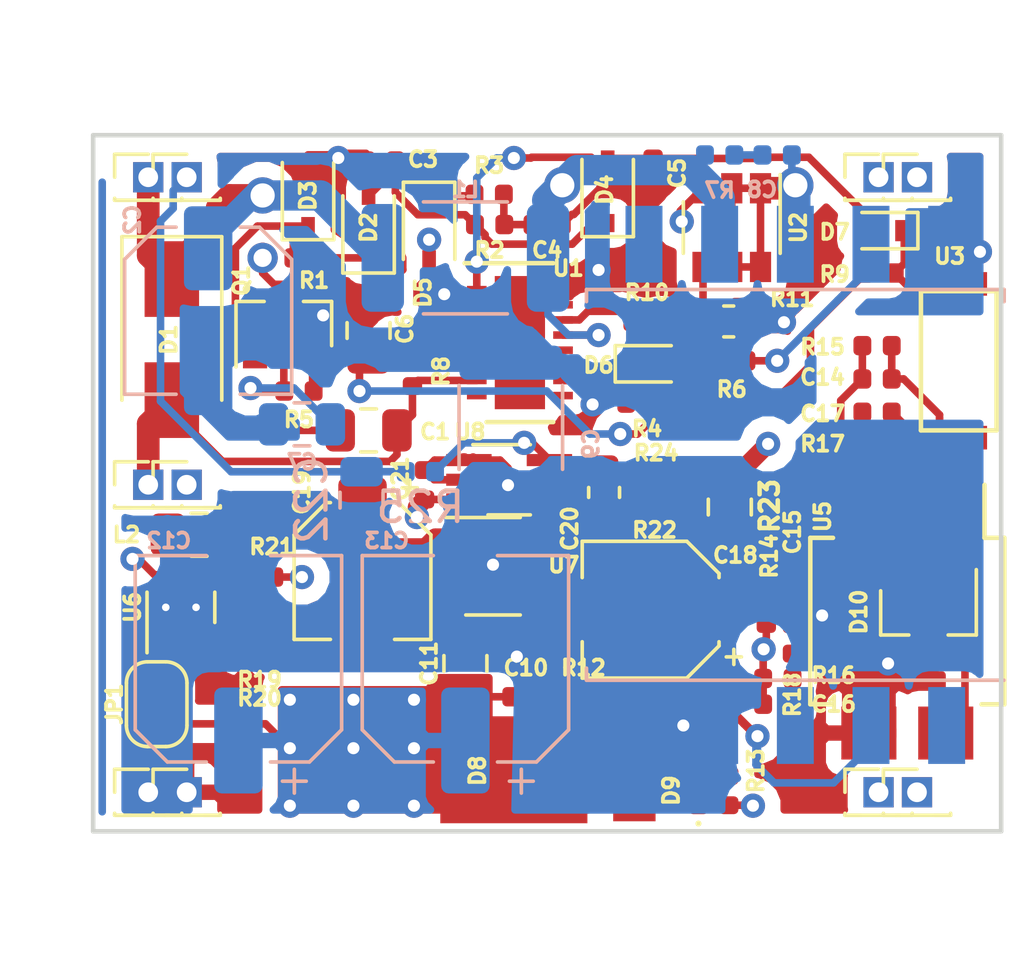
<source format=kicad_pcb>
(kicad_pcb (version 20171130) (host pcbnew 5.0.2-bee76a0~70~ubuntu18.04.1)
  (layers (0 F.Cu signal) (1 In1.Cu signal) (2 In2.Cu signal) (31 B.Cu signal) (34 B.Paste user) (35 F.Paste user) (36 B.SilkS user) (37 F.SilkS user) (38 B.Mask user) (39 F.Mask user) (44 Edge.Cuts user))
  (net 0 "")
  (net 1 "Net-(C1-Pad2)")
  (net 2 "Net-(C1-Pad1)")
  (net 3 Earth)
  (net 4 "Net-(C3-Pad1)")
  (net 5 "Net-(C4-Pad1)")
  (net 6 "Net-(C5-Pad1)")
  (net 7 "Net-(C6-Pad1)")
  (net 8 "Net-(C7-Pad1)")
  (net 9 "Net-(C8-Pad2)")
  (net 10 GND)
  (net 11 +12V)
  (net 12 "Net-(C10-Pad2)")
  (net 13 "Net-(C14-Pad1)")
  (net 14 "Net-(C14-Pad2)")
  (net 15 "Net-(C16-Pad2)")
  (net 16 "Net-(C17-Pad2)")
  (net 17 "Net-(C17-Pad1)")
  (net 18 "Net-(D3-Pad1)")
  (net 19 "Net-(D5-Pad2)")
  (net 20 "Net-(D5-Pad1)")
  (net 21 "Net-(D6-Pad2)")
  (net 22 "Net-(D7-Pad1)")
  (net 23 "Net-(D8-Pad2)")
  (net 24 "Net-(D9-Pad2)")
  (net 25 "Net-(R4-Pad1)")
  (net 26 "Net-(R6-Pad2)")
  (net 27 "Net-(R8-Pad1)")
  (net 28 "Net-(R10-Pad1)")
  (net 29 "Net-(R10-Pad2)")
  (net 30 "Net-(U1-Pad6)")
  (net 31 "Net-(U1-Pad8)")
  (net 32 "Net-(U1-Pad9)")
  (net 33 "Net-(U1-Pad12)")
  (net 34 "Net-(U4-Pad8)")
  (net 35 "Net-(U5-Pad7)")
  (net 36 "Net-(U5-Pad4)")
  (net 37 "Net-(U5-Pad2)")
  (net 38 "Net-(C8-Pad1)")
  (net 39 "Net-(TP9-Pad1)")
  (net 40 "Net-(C18-Pad1)")
  (net 41 "Net-(C19-Pad1)")
  (net 42 "Net-(L2-Pad1)")
  (net 43 "Net-(R19-Pad2)")
  (net 44 "Net-(R21-Pad2)")
  (net 45 "Net-(U7-Pad4)")
  (net 46 "Net-(JP1-Pad2)")
  (net 47 "Net-(C20-Pad2)")
  (net 48 "Net-(C20-Pad1)")
  (net 49 +3V3)
  (net 50 "Net-(C22-Pad1)")
  (net 51 "Net-(R25-Pad2)")
  (module Capacitor_SMD:C_0603_1608Metric (layer F.Cu) (at 237.8822 31.804 270)
    (fp_text reference C20 (at 1.196 1.1322 270) (layer F.SilkS) (effects (font (size 0.5 0.5) (thickness 0.125))))
    (fp_text value 1u)
    (pad 2 smd roundrect (at 0.7875 0 270) (size 0.875 0.95) (layers F.Cu F.Paste F.Mask) (net 47 "Net-(C20-Pad2)"))
    (pad 1 smd roundrect (at -0.7875 0 270) (size 0.875 0.95) (layers F.Cu F.Paste F.Mask) (net 48 "Net-(C20-Pad1)"))
  )
  (module Capacitor_SMD:C_Elec_5x5.8 (layer B.Cu) (at 224.8 25.8 270)
    (fp_text reference C2 (at -3 2.5 270) (layer B.SilkS) (effects (font (size 0.5 0.5) (thickness 0.125)) (justify mirror)))
    (fp_text value 4.7uF)
    (pad 1 smd roundrect (at -2.0625 0 270) (size 2.775 1.6) (layers B.Cu B.Paste B.Mask) (roundrect_rratio 0.15625) (net 2 "Net-(C1-Pad1)"))
    (pad 2 smd roundrect (at 2.0625 0 270) (size 2.775 1.6) (layers B.Cu B.Paste B.Mask) (roundrect_rratio 0.15625) (net 3 Earth))
  )
  (module Diode_SMD:D_SOD-323 (layer F.Cu) (at 232.1 23.054 270)
    (fp_text reference D5 (at 2.146 0.2 270) (layer F.SilkS) (effects (font (size 0.5 0.5) (thickness 0.125))))
    (fp_text value 1N4148WS-7-F)
    (pad 2 smd rect (at 1.05 0 270) (size 0.6 0.45) (layers F.Cu F.Paste F.Mask) (net 19 "Net-(D5-Pad2)"))
    (pad 1 smd rect (at -1.05 0 270) (size 0.6 0.45) (layers F.Cu F.Paste F.Mask) (net 20 "Net-(D5-Pad1)"))
  )
  (module Package_SO:SO-8_5.3x6.2mm_P1.27mm (layer F.Cu) (at 247.9 36.054 270)
    (fp_text reference U5 (at -3.454 2.8 270) (layer F.SilkS) (effects (font (size 0.5 0.5) (thickness 0.125))))
    (fp_text value LT1431)
    (pad 8 smd rect (at 3.7 -1.905 270) (size 1.75 0.55) (layers F.Cu F.Paste F.Mask) (net 15 "Net-(C16-Pad2)"))
    (pad 7 smd rect (at 3.7 -0.635 270) (size 1.75 0.55) (layers F.Cu F.Paste F.Mask) (net 35 "Net-(U5-Pad7)"))
    (pad 6 smd rect (at 3.7 0.635 270) (size 1.75 0.55) (layers F.Cu F.Paste F.Mask) (net 10 GND))
    (pad 5 smd rect (at 3.7 1.905 270) (size 1.75 0.55) (layers F.Cu F.Paste F.Mask) (net 10 GND))
    (pad 4 smd rect (at -3.7 1.905 270) (size 1.75 0.55) (layers F.Cu F.Paste F.Mask) (net 36 "Net-(U5-Pad4)"))
    (pad 3 smd rect (at -3.7 0.635 270) (size 1.75 0.55) (layers F.Cu F.Paste F.Mask) (net 13 "Net-(C14-Pad1)"))
    (pad 2 smd rect (at -3.7 -0.635 270) (size 1.75 0.55) (layers F.Cu F.Paste F.Mask) (net 37 "Net-(U5-Pad2)"))
    (pad 1 smd rect (at -3.7 -1.905 270) (size 1.75 0.55) (layers F.Cu F.Paste F.Mask) (net 17 "Net-(C17-Pad1)"))
  )
  (module Capacitor_SMD:C_0805_2012Metric (layer F.Cu) (at 230.1 29.754)
    (fp_text reference C1 (at 2.2 0.046) (layer F.SilkS) (effects (font (size 0.5 0.5) (thickness 0.125))))
    (fp_text value 100nF)
    (pad 2 smd roundrect (at 0.9375 0) (size 0.975 1.4) (layers F.Cu F.Paste F.Mask) (net 1 "Net-(C1-Pad2)"))
    (pad 1 smd roundrect (at -0.9375 0) (size 0.975 1.4) (layers F.Cu F.Paste F.Mask) (net 2 "Net-(C1-Pad1)"))
  )
  (module Capacitor_SMD:C_0402_1005Metric (layer F.Cu) (at 230.5 20.854 180)
    (fp_text reference C3 (at -1.4 0.054 180) (layer F.SilkS) (effects (font (size 0.5 0.5) (thickness 0.125))))
    (fp_text value 470nF)
    (pad 1 smd roundrect (at -0.485 0 180) (size 0.59 0.64) (layers F.Cu F.Paste F.Mask) (net 4 "Net-(C3-Pad1)"))
    (pad 2 smd roundrect (at 0.485 0 180) (size 0.59 0.64) (layers F.Cu F.Paste F.Mask) (net 3 Earth))
  )
  (module Capacitor_SMD:C_0402_1005Metric (layer F.Cu) (at 236 22.954)
    (fp_text reference C4 (at 0 0.846) (layer F.SilkS) (effects (font (size 0.5 0.5) (thickness 0.125))))
    (fp_text value 10nF)
    (pad 2 smd roundrect (at 0.485 0) (size 0.59 0.64) (layers F.Cu F.Paste F.Mask) (net 3 Earth))
    (pad 1 smd roundrect (at -0.485 0) (size 0.59 0.64) (layers F.Cu F.Paste F.Mask) (net 5 "Net-(C4-Pad1)"))
  )
  (module Capacitor_SMD:C_0402_1005Metric (layer F.Cu) (at 239.5 21.254 270)
    (fp_text reference C5 (at 0 -0.8 270) (layer F.SilkS) (effects (font (size 0.5 0.5) (thickness 0.125))))
    (fp_text value C)
    (pad 1 smd roundrect (at -0.485 0 270) (size 0.59 0.64) (layers F.Cu F.Paste F.Mask) (net 6 "Net-(C5-Pad1)"))
    (pad 2 smd roundrect (at 0.485 0 270) (size 0.59 0.64) (layers F.Cu F.Paste F.Mask) (net 3 Earth))
  )
  (module Capacitor_SMD:C_0805_2012Metric (layer F.Cu) (at 230.1 26.454 90)
    (fp_text reference C6 (at 0.054 1.2 90) (layer F.SilkS) (effects (font (size 0.5 0.5) (thickness 0.125))))
    (fp_text value 4.7uF)
    (pad 1 smd roundrect (at -0.9375 0 90) (size 0.975 1.4) (layers F.Cu F.Paste F.Mask) (net 7 "Net-(C6-Pad1)"))
    (pad 2 smd roundrect (at 0.9375 0 90) (size 0.975 1.4) (layers F.Cu F.Paste F.Mask) (net 3 Earth))
  )
  (module Capacitor_SMD:C_0805_2012Metric (layer B.Cu) (at 227.9 29.554 180)
    (fp_text reference C7 (at 0 -1.246 180) (layer B.SilkS) (effects (font (size 0.5 0.5) (thickness 0.125)) (justify mirror)))
    (fp_text value 1uF)
    (pad 1 smd roundrect (at -0.9375 0 180) (size 0.975 1.4) (layers B.Cu B.Paste B.Mask) (net 8 "Net-(C7-Pad1)"))
    (pad 2 smd roundrect (at 0.9375 0 180) (size 0.975 1.4) (layers B.Cu B.Paste B.Mask) (net 3 Earth))
  )
  (module Capacitor_SMD:C_0402_1005Metric (layer B.Cu) (at 243.6 20.654)
    (fp_text reference C8 (at -0.5 1.146) (layer B.SilkS) (effects (font (size 0.5 0.5) (thickness 0.125)) (justify mirror)))
    (fp_text value C)
    (pad 2 smd roundrect (at 0.485 0) (size 0.59 0.64) (layers B.Cu B.Paste B.Mask) (net 9 "Net-(C8-Pad2)"))
    (pad 1 smd roundrect (at -0.485 0) (size 0.59 0.64) (layers B.Cu B.Paste B.Mask) (net 38 "Net-(C8-Pad1)"))
  )
  (module Capacitor_SMD:C_1812_4532Metric (layer B.Cu) (at 234.8 29.654 90)
    (fp_text reference C9 (at -0.546 2.65 90) (layer B.SilkS) (effects (font (size 0.5 0.5) (thickness 0.125)) (justify mirror)))
    (fp_text value 2.2nF)
    (pad 1 smd roundrect (at -2.1375 0 90) (size 1.125 3.4) (layers B.Cu B.Paste B.Mask) (roundrect_rratio 0.222222) (net 10 GND))
    (pad 2 smd roundrect (at 2.1375 0 90) (size 1.125 3.4) (layers B.Cu B.Paste B.Mask) (roundrect_rratio 0.222222) (net 3 Earth))
  )
  (module Capacitor_SMD:C_0402_1005Metric (layer F.Cu) (at 235.3 38.554)
    (fp_text reference C10 (at 0 -0.954) (layer F.SilkS) (effects (font (size 0.5 0.5) (thickness 0.125))))
    (fp_text value 680pF)
    (pad 1 smd roundrect (at -0.485 0) (size 0.59 0.64) (layers F.Cu F.Paste F.Mask) (net 11 +12V))
    (pad 2 smd roundrect (at 0.485 0) (size 0.59 0.64) (layers F.Cu F.Paste F.Mask) (net 12 "Net-(C10-Pad2)"))
  )
  (module Capacitor_SMD:C_0805_2012Metric (layer F.Cu) (at 233.3 37.454 90)
    (fp_text reference C11 (at 0 -1.2 90) (layer F.SilkS) (effects (font (size 0.5 0.5) (thickness 0.125))))
    (fp_text value 10uF)
    (pad 2 smd roundrect (at 0.9375 0 90) (size 0.975 1.4) (layers F.Cu F.Paste F.Mask) (net 10 GND))
    (pad 1 smd roundrect (at -0.9375 0 90) (size 0.975 1.4) (layers F.Cu F.Paste F.Mask) (net 11 +12V))
  )
  (module Capacitor_SMD:CP_Elec_6.3x7.7 (layer B.Cu) (at 225.8 37.3 90)
    (fp_text reference C12 (at 3.9 -2.3 180) (layer B.SilkS) (effects (font (size 0.5 0.5) (thickness 0.125)) (justify mirror)))
    (fp_text value 47uF)
    (pad 1 smd roundrect (at -2.7 0 90) (size 3.5 1.6) (layers B.Cu B.Paste B.Mask) (roundrect_rratio 0.15625) (net 11 +12V))
    (pad 2 smd roundrect (at 2.7 0 90) (size 3.5 1.6) (layers B.Cu B.Paste B.Mask) (roundrect_rratio 0.15625) (net 10 GND))
  )
  (module Capacitor_SMD:CP_Elec_6.3x7.7 (layer B.Cu) (at 233.3 37.3 90)
    (fp_text reference C13 (at 3.9 -2.6 180) (layer B.SilkS) (effects (font (size 0.5 0.5) (thickness 0.125)) (justify mirror)))
    (fp_text value 47uF)
    (pad 2 smd roundrect (at 2.7 0 90) (size 3.5 1.6) (layers B.Cu B.Paste B.Mask) (roundrect_rratio 0.15625) (net 10 GND))
    (pad 1 smd roundrect (at -2.7 0 90) (size 3.5 1.6) (layers B.Cu B.Paste B.Mask) (roundrect_rratio 0.15625) (net 11 +12V))
  )
  (module Capacitor_SMD:C_0402_1005Metric (layer F.Cu) (at 246.9 28.054)
    (fp_text reference C14 (at -1.8 -0.054) (layer F.SilkS) (effects (font (size 0.5 0.5) (thickness 0.125))))
    (fp_text value 10nF)
    (pad 1 smd roundrect (at -0.485 0) (size 0.59 0.64) (layers F.Cu F.Paste F.Mask) (net 13 "Net-(C14-Pad1)"))
    (pad 2 smd roundrect (at 0.485 0) (size 0.59 0.64) (layers F.Cu F.Paste F.Mask) (net 14 "Net-(C14-Pad2)"))
  )
  (module Capacitor_SMD:C_0402_1005Metric (layer F.Cu) (at 244.1052 34.8647 270)
    (fp_text reference C15 (at -1.754 0 270) (layer F.SilkS) (effects (font (size 0.5 0.5) (thickness 0.125))))
    (fp_text value 10nF)
    (pad 1 smd roundrect (at -0.485 0 270) (size 0.59 0.64) (layers F.Cu F.Paste F.Mask) (net 13 "Net-(C14-Pad1)"))
    (pad 2 smd roundrect (at 0.485 0 270) (size 0.59 0.64) (layers F.Cu F.Paste F.Mask) (net 10 GND))
  )
  (module Capacitor_SMD:C_0402_1005Metric (layer F.Cu) (at 243.6226 38.8017)
    (fp_text reference C16 (at 1.846 0) (layer F.SilkS) (effects (font (size 0.5 0.5) (thickness 0.125))))
    (fp_text value R)
    (pad 2 smd roundrect (at 0.485 0) (size 0.59 0.64) (layers F.Cu F.Paste F.Mask) (net 15 "Net-(C16-Pad2)"))
    (pad 1 smd roundrect (at -0.485 0) (size 0.59 0.64) (layers F.Cu F.Paste F.Mask) (net 11 +12V))
  )
  (module Capacitor_SMD:C_0402_1005Metric (layer F.Cu) (at 246.9 29.154 180)
    (fp_text reference C17 (at 1.8 -0.046 180) (layer F.SilkS) (effects (font (size 0.5 0.5) (thickness 0.125))))
    (fp_text value 33nF)
    (pad 2 smd roundrect (at 0.485 0 180) (size 0.59 0.64) (layers F.Cu F.Paste F.Mask) (net 16 "Net-(C17-Pad2)"))
    (pad 1 smd roundrect (at -0.485 0 180) (size 0.59 0.64) (layers F.Cu F.Paste F.Mask) (net 17 "Net-(C17-Pad1)"))
  )
  (module Diode_SMD:D_SMA (layer F.Cu) (at 223.6 26.754 270)
    (fp_text reference D1 (at 0 0.1 270) (layer F.SilkS) (effects (font (size 0.5 0.5) (thickness 0.125))))
    (fp_text value SMAJ58A-13-F)
    (pad 1 smd rect (at -2 0 270) (size 2.5 1.8) (layers F.Cu F.Paste F.Mask) (net 2 "Net-(C1-Pad1)"))
    (pad 2 smd rect (at 2 0 270) (size 2.5 1.8) (layers F.Cu F.Paste F.Mask) (net 1 "Net-(C1-Pad2)"))
  )
  (module Diode_SMD:D_SOD-323 (layer F.Cu) (at 230.1 23.054 90)
    (fp_text reference D2 (at 0 0 90) (layer F.SilkS) (effects (font (size 0.5 0.5) (thickness 0.125))))
    (fp_text value 1N4148WS-7-F)
    (pad 2 smd rect (at 1.05 0 90) (size 0.6 0.45) (layers F.Cu F.Paste F.Mask) (net 4 "Net-(C3-Pad1)"))
    (pad 1 smd rect (at -1.05 0 90) (size 0.6 0.45) (layers F.Cu F.Paste F.Mask) (net 8 "Net-(C7-Pad1)"))
  )
  (module Diode_SMD:D_SOD-323 (layer F.Cu) (at 228.1 21.954 90)
    (fp_text reference D3 (at -0.046 0 90) (layer F.SilkS) (effects (font (size 0.5 0.5) (thickness 0.125))))
    (fp_text value D_Schottky)
    (pad 1 smd rect (at -1.05 0 90) (size 0.6 0.45) (layers F.Cu F.Paste F.Mask) (net 18 "Net-(D3-Pad1)"))
    (pad 2 smd rect (at 1.05 0 90) (size 0.6 0.45) (layers F.Cu F.Paste F.Mask) (net 3 Earth))
  )
  (module Diode_SMD:D_SOD-323 (layer F.Cu) (at 238 21.854 90)
    (fp_text reference D4 (at 0.054 -0.1 90) (layer F.SilkS) (effects (font (size 0.5 0.5) (thickness 0.125))))
    (fp_text value 1N4148WS-7-F)
    (pad 1 smd rect (at -1.05 0 90) (size 0.6 0.45) (layers F.Cu F.Paste F.Mask) (net 4 "Net-(C3-Pad1)"))
    (pad 2 smd rect (at 1.05 0 90) (size 0.6 0.45) (layers F.Cu F.Paste F.Mask) (net 6 "Net-(C5-Pad1)"))
  )
  (module Diode_SMD:D_SOD-523 (layer F.Cu) (at 239.4 27.554)
    (fp_text reference D6 (at -1.7 0.046) (layer F.SilkS) (effects (font (size 0.5 0.5) (thickness 0.125))))
    (fp_text value BAS516)
    (pad 2 smd rect (at 0.7 0 180) (size 0.6 0.7) (layers F.Cu F.Paste F.Mask) (net 21 "Net-(D6-Pad2)"))
    (pad 1 smd rect (at -0.7 0 180) (size 0.6 0.7) (layers F.Cu F.Paste F.Mask) (net 7 "Net-(C6-Pad1)"))
  )
  (module Diode_SMD:D_SOD-523 (layer F.Cu) (at 247.1 23.154 180)
    (fp_text reference D7 (at 1.6 -0.046 180) (layer F.SilkS) (effects (font (size 0.5 0.5) (thickness 0.125))))
    (fp_text value BAS516)
    (pad 1 smd rect (at -0.7 0) (size 0.6 0.7) (layers F.Cu F.Paste F.Mask) (net 22 "Net-(D7-Pad1)"))
    (pad 2 smd rect (at 0.7 0) (size 0.6 0.7) (layers F.Cu F.Paste F.Mask) (net 6 "Net-(C5-Pad1)"))
  )
  (module TJ:PDS360 (layer F.Cu) (at 234.9 41.054 90)
    (fp_text reference D8 (at 0.054 -1.2 90) (layer F.SilkS) (effects (font (size 0.5 0.5) (thickness 0.125))))
    (fp_text value PDS360-13)
    (pad 1 smd rect (at 0 0 90) (size 3.36 4.86) (layers F.Cu F.Paste F.Mask) (net 11 +12V))
    (pad 2 smd rect (at 0.92 3.982 90) (size 1.39 1.4) (layers F.Cu F.Paste F.Mask) (net 23 "Net-(D8-Pad2)"))
    (pad 2 smd rect (at -0.92 3.982 90) (size 1.39 1.4) (layers F.Cu F.Paste F.Mask) (net 23 "Net-(D8-Pad2)"))
  )
  (module LED_SMD:LED_0402_1005Metric (layer F.Cu) (at 241 41.654 90)
    (fp_text reference D9 (at 0 -0.9 90) (layer F.SilkS) (effects (font (size 0.5 0.5) (thickness 0.125))))
    (fp_text value LED)
    (pad 1 smd roundrect (at -0.485 0 90) (size 0.59 0.64) (layers F.Cu F.Paste F.Mask) (net 10 GND))
    (pad 2 smd roundrect (at 0.485 0 90) (size 0.59 0.64) (layers F.Cu F.Paste F.Mask) (net 24 "Net-(D9-Pad2)"))
  )
  (module Package_TO_SOT_SMD:SOT-23 (layer F.Cu) (at 248.6 35.754 270)
    (fp_text reference D10 (at 0 2.3 270) (layer F.SilkS) (effects (font (size 0.5 0.5) (thickness 0.125))))
    (fp_text value TL431DBZ)
    (pad 1 smd rect (at -1 -0.95 270) (size 0.9 0.8) (layers F.Cu F.Paste F.Mask) (net 17 "Net-(C17-Pad1)"))
    (pad 2 smd rect (at -1 0.95 270) (size 0.9 0.8) (layers F.Cu F.Paste F.Mask) (net 15 "Net-(C16-Pad2)"))
    (pad 3 smd rect (at 1 0 270) (size 0.9 0.8) (layers F.Cu F.Paste F.Mask) (net 10 GND))
  )
  (module Inductor_SMD:DO1608 (layer B.Cu) (at 233.3 24.054)
    (fp_text reference L1 (at 0 -2.254) (layer B.SilkS) (effects (font (size 0.5 0.5) (thickness 0.125)) (justify mirror)))
    (fp_text value DO1608C-822ML)
    (pad 2 smd roundrect (at 2.73 0) (size 1.4 3.56) (layers B.Cu B.Paste B.Mask) (roundrect_rratio 0.222) (net 8 "Net-(C7-Pad1)"))
    (pad 1 smd roundrect (at -2.73 0) (size 1.4 3.56) (layers B.Cu B.Paste B.Mask) (roundrect_rratio 0.222) (net 2 "Net-(C1-Pad1)"))
  )
  (module Package_TO_SOT_SMD:SOT-23 (layer F.Cu) (at 227.3 26.254 90)
    (fp_text reference Q1 (at 1.454 -1.4 90) (layer F.SilkS) (effects (font (size 0.5 0.5) (thickness 0.125))))
    (fp_text value MMBTA42LT1G)
    (pad 3 smd rect (at 1 0 90) (size 0.9 0.8) (layers F.Cu F.Paste F.Mask) (net 8 "Net-(C7-Pad1)"))
    (pad 2 smd rect (at -1 0.95 90) (size 0.9 0.8) (layers F.Cu F.Paste F.Mask) (net 7 "Net-(C6-Pad1)"))
    (pad 1 smd rect (at -1 -0.95 90) (size 0.9 0.8) (layers F.Cu F.Paste F.Mask) (net 18 "Net-(D3-Pad1)"))
  )
  (module Resistor_SMD:R_0402_1005Metric (layer F.Cu) (at 228.1 24.054 180)
    (fp_text reference R1 (at -0.2 -0.746 180) (layer F.SilkS) (effects (font (size 0.5 0.5) (thickness 0.125))))
    (fp_text value 220k)
    (pad 1 smd roundrect (at -0.485 0 180) (size 0.59 0.64) (layers F.Cu F.Paste F.Mask) (net 8 "Net-(C7-Pad1)"))
    (pad 2 smd roundrect (at 0.485 0 180) (size 0.59 0.64) (layers F.Cu F.Paste F.Mask) (net 18 "Net-(D3-Pad1)"))
  )
  (module Resistor_SMD:R_0402_1005Metric (layer F.Cu) (at 234.1 22.954)
    (fp_text reference R2 (at 0 0.846) (layer F.SilkS) (effects (font (size 0.5 0.5) (thickness 0.125))))
    (fp_text value 300k)
    (pad 2 smd roundrect (at 0.485 0) (size 0.59 0.64) (layers F.Cu F.Paste F.Mask) (net 5 "Net-(C4-Pad1)"))
    (pad 1 smd roundrect (at -0.485 0) (size 0.59 0.64) (layers F.Cu F.Paste F.Mask) (net 4 "Net-(C3-Pad1)"))
  )
  (module Resistor_SMD:R_0402_1005Metric (layer F.Cu) (at 234.085 21.954 180)
    (fp_text reference R3 (at 0 0.954 180) (layer F.SilkS) (effects (font (size 0.5 0.5) (thickness 0.125))))
    (fp_text value 100R)
    (pad 1 smd roundrect (at -0.485 0 180) (size 0.59 0.64) (layers F.Cu F.Paste F.Mask) (net 5 "Net-(C4-Pad1)"))
    (pad 2 smd roundrect (at 0.485 0 180) (size 0.59 0.64) (layers F.Cu F.Paste F.Mask) (net 20 "Net-(D5-Pad1)"))
  )
  (module Resistor_SMD:R_0402_1005Metric (layer F.Cu) (at 239.1 28.854)
    (fp_text reference R4 (at 0.2 0.846) (layer F.SilkS) (effects (font (size 0.5 0.5) (thickness 0.125))))
    (fp_text value 200k)
    (pad 2 smd roundrect (at 0.485 0) (size 0.59 0.64) (layers F.Cu F.Paste F.Mask) (net 7 "Net-(C6-Pad1)"))
    (pad 1 smd roundrect (at -0.485 0) (size 0.59 0.64) (layers F.Cu F.Paste F.Mask) (net 25 "Net-(R4-Pad1)"))
  )
  (module Resistor_SMD:R_0402_1005Metric (layer F.Cu) (at 227.8 28.454)
    (fp_text reference R5 (at 0 0.946) (layer F.SilkS) (effects (font (size 0.5 0.5) (thickness 0.125))))
    (fp_text value 220k)
    (pad 2 smd roundrect (at 0.485 0) (size 0.59 0.64) (layers F.Cu F.Paste F.Mask) (net 7 "Net-(C6-Pad1)"))
    (pad 1 smd roundrect (at -0.485 0) (size 0.59 0.64) (layers F.Cu F.Paste F.Mask) (net 8 "Net-(C7-Pad1)"))
  )
  (module Resistor_SMD:R_0402_1005Metric (layer F.Cu) (at 242.1 27.454)
    (fp_text reference R6 (at 0 0.946) (layer F.SilkS) (effects (font (size 0.5 0.5) (thickness 0.125))))
    (fp_text value 150R)
    (pad 1 smd roundrect (at -0.485 0) (size 0.59 0.64) (layers F.Cu F.Paste F.Mask) (net 21 "Net-(D6-Pad2)"))
    (pad 2 smd roundrect (at 0.485 0) (size 0.59 0.64) (layers F.Cu F.Paste F.Mask) (net 26 "Net-(R6-Pad2)"))
  )
  (module Resistor_SMD:R_0402_1005Metric (layer B.Cu) (at 241.7 20.654)
    (fp_text reference R7 (at 0 1.17) (layer B.SilkS) (effects (font (size 0.5 0.5) (thickness 0.125)) (justify mirror)))
    (fp_text value R)
    (pad 2 smd roundrect (at 0.485 0) (size 0.59 0.64) (layers B.Cu B.Paste B.Mask) (net 38 "Net-(C8-Pad1)"))
    (pad 1 smd roundrect (at -0.485 0) (size 0.59 0.64) (layers B.Cu B.Paste B.Mask) (net 8 "Net-(C7-Pad1)"))
  )
  (module Resistor_SMD:R_0402_1005Metric (layer F.Cu) (at 231.55 27.804 270)
    (fp_text reference R8 (at -0.004 -0.95 270) (layer F.SilkS) (effects (font (size 0.5 0.5) (thickness 0.125))))
    (fp_text value 45R3)
    (pad 2 smd roundrect (at 0.485 0 270) (size 0.59 0.64) (layers F.Cu F.Paste F.Mask) (net 1 "Net-(C1-Pad2)"))
    (pad 1 smd roundrect (at -0.485 0 270) (size 0.59 0.64) (layers F.Cu F.Paste F.Mask) (net 27 "Net-(R8-Pad1)"))
  )
  (module Resistor_SMD:R_0402_1005Metric (layer F.Cu) (at 247 24.554 180)
    (fp_text reference R9 (at 1.5 -0.046 180) (layer F.SilkS) (effects (font (size 0.5 0.5) (thickness 0.125))))
    (fp_text value 6k8)
    (pad 1 smd roundrect (at -0.485 0 180) (size 0.59 0.64) (layers F.Cu F.Paste F.Mask) (net 22 "Net-(D7-Pad1)"))
    (pad 2 smd roundrect (at 0.485 0 180) (size 0.59 0.64) (layers F.Cu F.Paste F.Mask) (net 7 "Net-(C6-Pad1)"))
  )
  (module Resistor_SMD:R_0402_1005Metric (layer F.Cu) (at 239.3 26.154 180)
    (fp_text reference R10 (at 0 0.954 180) (layer F.SilkS) (effects (font (size 0.5 0.5) (thickness 0.125))))
    (fp_text value 10k)
    (pad 1 smd roundrect (at -0.485 0 180) (size 0.59 0.64) (layers F.Cu F.Paste F.Mask) (net 28 "Net-(R10-Pad1)"))
    (pad 2 smd roundrect (at 0.485 0 180) (size 0.59 0.64) (layers F.Cu F.Paste F.Mask) (net 29 "Net-(R10-Pad2)"))
  )
  (module Resistor_SMD:R_0603_1608Metric (layer F.Cu) (at 242 26.154)
    (fp_text reference R11 (at 2.1 -0.754) (layer F.SilkS) (effects (font (size 0.5 0.5) (thickness 0.125))))
    (fp_text value 0R05)
    (pad 1 smd roundrect (at -0.7875 0) (size 0.875 0.95) (layers F.Cu F.Paste F.Mask) (net 28 "Net-(R10-Pad1)"))
    (pad 2 smd roundrect (at 0.7875 0) (size 0.875 0.95) (layers F.Cu F.Paste F.Mask) (net 3 Earth))
  )
  (module Resistor_SMD:R_0402_1005Metric (layer F.Cu) (at 237.2 38.554 180)
    (fp_text reference R12 (at 0 0.954 180) (layer F.SilkS) (effects (font (size 0.5 0.5) (thickness 0.125))))
    (fp_text value 13R)
    (pad 2 smd roundrect (at 0.485 0 180) (size 0.59 0.64) (layers F.Cu F.Paste F.Mask) (net 12 "Net-(C10-Pad2)"))
    (pad 1 smd roundrect (at -0.485 0 180) (size 0.59 0.64) (layers F.Cu F.Paste F.Mask) (net 23 "Net-(D8-Pad2)"))
  )
  (module Resistor_SMD:R_0402_1005Metric (layer F.Cu) (at 242 41.654 90)
    (fp_text reference R13 (at 0.654 0.9 90) (layer F.SilkS) (effects (font (size 0.5 0.5) (thickness 0.125))))
    (fp_text value 2k)
    (pad 1 smd roundrect (at -0.485 0 90) (size 0.59 0.64) (layers F.Cu F.Paste F.Mask) (net 11 +12V))
    (pad 2 smd roundrect (at 0.485 0 90) (size 0.59 0.64) (layers F.Cu F.Paste F.Mask) (net 24 "Net-(D9-Pad2)"))
  )
  (module Resistor_SMD:R_0402_1005Metric (layer F.Cu) (at 243.2416 35.6648 270)
    (fp_text reference R14 (at -1.754 -0.1 270) (layer F.SilkS) (effects (font (size 0.5 0.5) (thickness 0.125))))
    (fp_text value 1k)
    (pad 1 smd roundrect (at -0.485 0 270) (size 0.59 0.64) (layers F.Cu F.Paste F.Mask) (net 13 "Net-(C14-Pad1)"))
    (pad 2 smd roundrect (at 0.485 0 270) (size 0.59 0.64) (layers F.Cu F.Paste F.Mask) (net 11 +12V))
  )
  (module Resistor_SMD:R_0402_1005Metric (layer F.Cu) (at 246.9 26.954 180)
    (fp_text reference R15 (at 1.8 -0.046 180) (layer F.SilkS) (effects (font (size 0.5 0.5) (thickness 0.125))))
    (fp_text value 7k5)
    (pad 1 smd roundrect (at -0.485 0 180) (size 0.59 0.64) (layers F.Cu F.Paste F.Mask) (net 14 "Net-(C14-Pad2)"))
    (pad 2 smd roundrect (at 0.485 0 180) (size 0.59 0.64) (layers F.Cu F.Paste F.Mask) (net 13 "Net-(C14-Pad1)"))
  )
  (module Resistor_SMD:R_0402_1005Metric (layer F.Cu) (at 243.6226 37.9508 180)
    (fp_text reference R16 (at -1.846 0.1 180) (layer F.SilkS) (effects (font (size 0.5 0.5) (thickness 0.125))))
    (fp_text value 107k)
    (pad 2 smd roundrect (at 0.485 0 180) (size 0.59 0.64) (layers F.Cu F.Paste F.Mask) (net 11 +12V))
    (pad 1 smd roundrect (at -0.485 0 180) (size 0.59 0.64) (layers F.Cu F.Paste F.Mask) (net 15 "Net-(C16-Pad2)"))
  )
  (module Resistor_SMD:R_0402_1005Metric (layer F.Cu) (at 246.9 30.254 180)
    (fp_text reference R17 (at 1.8 0.054 180) (layer F.SilkS) (effects (font (size 0.5 0.5) (thickness 0.125))))
    (fp_text value 61k9)
    (pad 2 smd roundrect (at 0.485 0 180) (size 0.59 0.64) (layers F.Cu F.Paste F.Mask) (net 16 "Net-(C17-Pad2)"))
    (pad 1 smd roundrect (at -0.485 0 180) (size 0.59 0.64) (layers F.Cu F.Paste F.Mask) (net 15 "Net-(C16-Pad2)"))
  )
  (module Resistor_SMD:R_0402_1005Metric (layer F.Cu) (at 244.1052 36.6427 270)
    (fp_text reference R18 (at 1.846 0 270) (layer F.SilkS) (effects (font (size 0.5 0.5) (thickness 0.125))))
    (fp_text value 28k)
    (pad 1 smd roundrect (at -0.485 0 270) (size 0.59 0.64) (layers F.Cu F.Paste F.Mask) (net 10 GND))
    (pad 2 smd roundrect (at 0.485 0 270) (size 0.59 0.64) (layers F.Cu F.Paste F.Mask) (net 15 "Net-(C16-Pad2)"))
  )
  (module Connector_PinHeader_1.27mm:PinHeader_1x01_P1.27mm_Vertical (layer F.Cu) (at 222.82 21.39)
    (fp_text reference TP1 hide)
    (fp_text value TestPoint hide)
    (pad 1 thru_hole rect (at 0 0) (size 1 1) (drill 0.65) (layers *.Cu *.Mask) (net 2 "Net-(C1-Pad1)"))
  )
  (module Connector_PinHeader_1.27mm:PinHeader_1x01_P1.27mm_Vertical (layer F.Cu) (at 222.82 31.55)
    (fp_text reference TP2 hide)
    (fp_text value TestPoint)
    (pad 1 thru_hole rect (at 0 0) (size 1 1) (drill 0.65) (layers *.Cu *.Mask) (net 1 "Net-(C1-Pad2)"))
  )
  (module Connector_PinHeader_1.27mm:PinHeader_1x01_P1.27mm_Vertical (layer F.Cu) (at 246.95 41.71)
    (fp_text reference TP3 hide)
    (fp_text value TestPoint)
    (pad 1 thru_hole rect (at 0 0) (size 1 1) (drill 0.65) (layers *.Cu *.Mask) (net 11 +12V))
  )
  (module Connector_PinHeader_1.27mm:PinHeader_1x01_P1.27mm_Vertical (layer F.Cu) (at 222.82 41.71)
    (fp_text reference TP4 hide)
    (fp_text value TestPoint)
    (pad 1 thru_hole rect (at 0 0) (size 1 1) (drill 0.65) (layers *.Cu *.Mask) (net 10 GND))
  )
  (module Package_DFN_QFN:DFN-16-1EP_3x5mm_P0.5mm_EP1.66x4.4mm (layer F.Cu) (at 235.1 26.854)
    (fp_text reference U1 (at 1.6 -2.454) (layer F.SilkS) (effects (font (size 0.5 0.5) (thickness 0.125))))
    (fp_text value LTC4267-DHC)
    (pad 1 smd rect (at -1.425 -1.75) (size 0.65 0.25) (layers F.Cu F.Paste F.Mask) (net 6 "Net-(C5-Pad1)"))
    (pad 2 smd rect (at -1.425 -1.25) (size 0.65 0.25) (layers F.Cu F.Paste F.Mask) (net 3 Earth))
    (pad 3 smd rect (at -1.425 -0.75) (size 0.65 0.25) (layers F.Cu F.Paste F.Mask) (net 19 "Net-(D5-Pad2)"))
    (pad 4 smd rect (at -1.425 -0.25) (size 0.65 0.25) (layers F.Cu F.Paste F.Mask) (net 7 "Net-(C6-Pad1)"))
    (pad 5 smd rect (at -1.425 0.25) (size 0.65 0.25) (layers F.Cu F.Paste F.Mask) (net 27 "Net-(R8-Pad1)"))
    (pad 6 smd rect (at -1.425 0.75) (size 0.65 0.25) (layers F.Cu F.Paste F.Mask) (net 30 "Net-(U1-Pad6)"))
    (pad 7 smd rect (at -1.425 1.25) (size 0.65 0.25) (layers F.Cu F.Paste F.Mask) (net 1 "Net-(C1-Pad2)"))
    (pad 8 smd rect (at -1.425 1.75) (size 0.65 0.25) (layers F.Cu F.Paste F.Mask) (net 31 "Net-(U1-Pad8)"))
    (pad 9 smd rect (at 1.425 1.75) (size 0.65 0.25) (layers F.Cu F.Paste F.Mask) (net 32 "Net-(U1-Pad9)"))
    (pad 10 smd rect (at 1.425 1.25) (size 0.65 0.25) (layers F.Cu F.Paste F.Mask) (net 3 Earth))
    (pad 11 smd rect (at 1.425 0.75) (size 0.65 0.25) (layers F.Cu F.Paste F.Mask) (net 25 "Net-(R4-Pad1)"))
    (pad 12 smd rect (at 1.425 0.25) (size 0.65 0.25) (layers F.Cu F.Paste F.Mask) (net 33 "Net-(U1-Pad12)"))
    (pad 13 smd rect (at 1.425 -0.25) (size 0.65 0.25) (layers F.Cu F.Paste F.Mask) (net 8 "Net-(C7-Pad1)"))
    (pad 14 smd rect (at 1.425 -0.75) (size 0.65 0.25) (layers F.Cu F.Paste F.Mask) (net 29 "Net-(R10-Pad2)"))
    (pad 15 smd rect (at 1.425 -1.25) (size 0.65 0.25) (layers F.Cu F.Paste F.Mask) (net 3 Earth))
    (pad 16 smd rect (at 1.425 -1.75) (size 0.65 0.25) (layers F.Cu F.Paste F.Mask) (net 3 Earth))
    (pad 17 smd rect (at 0 0) (size 1.66 4.4) (layers F.Cu F.Mask))
  )
  (module Package_TO_SOT_SMD:SuperSOT-6 (layer F.Cu) (at 242.1 23.054 270)
    (fp_text reference U2 (at 0 -2.2 270) (layer F.SilkS) (effects (font (size 0.5 0.5) (thickness 0.125))))
    (fp_text value FDC2612)
    (pad 1 smd rect (at -1.3 -0.95 270) (size 1 0.7) (layers F.Cu F.Paste F.Mask) (net 9 "Net-(C8-Pad2)"))
    (pad 2 smd rect (at -1.3 0 270) (size 1 0.7) (layers F.Cu F.Paste F.Mask) (net 9 "Net-(C8-Pad2)"))
    (pad 3 smd rect (at -1.3 0.95 270) (size 1 0.7) (layers F.Cu F.Paste F.Mask) (net 19 "Net-(D5-Pad2)"))
    (pad 4 smd rect (at 1.3 0.95 270) (size 1 0.7) (layers F.Cu F.Paste F.Mask) (net 28 "Net-(R10-Pad1)"))
    (pad 6 smd rect (at 1.3 -0.95 270) (size 1 0.7) (layers F.Cu F.Paste F.Mask) (net 9 "Net-(C8-Pad2)"))
    (pad 5 smd rect (at 1.3 0 270) (size 1 0.7) (layers F.Cu F.Paste F.Mask) (net 9 "Net-(C8-Pad2)"))
  )
  (module TJ:PS2911-1 (layer F.Cu) (at 249.6 27.454)
    (fp_text reference U3 (at -0.3 -3.454) (layer F.SilkS) (effects (font (size 0.5 0.5) (thickness 0.125))))
    (fp_text value PS2911-1 hide)
    (pad 1 smd rect (at -0.635 2.54) (size 0.6 0.78) (layers F.Cu F.Paste F.Mask) (net 14 "Net-(C14-Pad2)"))
    (pad 2 smd rect (at 0.635 2.54) (size 0.6 0.78) (layers F.Cu F.Paste F.Mask) (net 17 "Net-(C17-Pad1)"))
    (pad 3 smd rect (at 0.635 -2.54) (size 0.6 0.78) (layers F.Cu F.Paste F.Mask) (net 3 Earth))
    (pad 4 smd rect (at -0.635 -2.54) (size 0.6 0.78) (layers F.Cu F.Paste F.Mask) (net 22 "Net-(D7-Pad1)"))
  )
  (module Transformer_SMD:Pulse_PA1138 (layer B.Cu) (at 251.2 31.554 270)
    (fp_text reference U4 hide)
    (fp_text value PA1138NL)
    (pad 5 smd rect (at -7.95 12 270) (size 2.54 1.22) (layers B.Cu B.Paste B.Mask))
    (pad 4 smd rect (at -7.95 9.5 270) (size 2.54 1.22) (layers B.Cu B.Paste B.Mask) (net 8 "Net-(C7-Pad1)"))
    (pad 3 smd rect (at -7.95 7 270) (size 2.54 1.22) (layers B.Cu B.Paste B.Mask) (net 9 "Net-(C8-Pad2)"))
    (pad 2 smd rect (at -7.95 4.5 270) (size 2.54 1.22) (layers B.Cu B.Paste B.Mask) (net 26 "Net-(R6-Pad2)"))
    (pad 1 smd rect (at -7.95 2 270) (size 2.54 1.22) (layers B.Cu B.Paste B.Mask) (net 3 Earth))
    (pad 6 smd rect (at 7.95 2 270) (size 2.54 1.22) (layers B.Cu B.Paste B.Mask))
    (pad 7 smd rect (at 7.95 4.5 270) (size 2.54 1.22) (layers B.Cu B.Paste B.Mask) (net 23 "Net-(D8-Pad2)"))
    (pad 8 smd rect (at 7.95 7 270) (size 2.54 1.22) (layers B.Cu B.Paste B.Mask) (net 34 "Net-(U4-Pad8)"))
    (pad 9 smd rect (at 7.95 9.5 270) (size 2.54 1.22) (layers B.Cu B.Paste B.Mask) (net 10 GND))
    (pad 10 smd rect (at 7.95 12 270) (size 2.54 1.22) (layers B.Cu B.Paste B.Mask) (net 10 GND))
  )
  (module Connector_PinHeader_1.27mm:PinHeader_1x01_P1.27mm_Vertical (layer F.Cu) (at 248.22 41.71)
    (fp_text reference TP5 hide)
    (fp_text value TestPoint)
    (pad 1 thru_hole rect (at 0 0) (size 1 1) (drill 0.65) (layers *.Cu *.Mask) (net 11 +12V))
  )
  (module Connector_PinHeader_1.27mm:PinHeader_1x01_P1.27mm_Vertical (layer F.Cu) (at 224.09 41.71)
    (fp_text reference TP6 hide)
    (fp_text value TestPoint)
    (pad 1 thru_hole rect (at 0 0) (size 1 1) (drill 0.65) (layers *.Cu *.Mask) (net 10 GND))
  )
  (module Connector_PinHeader_1.27mm:PinHeader_1x01_P1.27mm_Vertical (layer F.Cu) (at 246.95 21.39)
    (fp_text reference TP7 hide)
    (fp_text value TestPoint)
    (pad 1 thru_hole rect (at 0 0) (size 1 1) (drill 0.65) (layers *.Cu *.Mask) (net 49 +3V3))
  )
  (module Connector_PinHeader_1.27mm:PinHeader_1x01_P1.27mm_Vertical (layer F.Cu) (at 248.22 21.39)
    (fp_text reference TP8 hide)
    (fp_text value TestPoint hide)
    (pad 1 thru_hole rect (at 0 0) (size 1 1) (drill 0.65) (layers *.Cu *.Mask) (net 49 +3V3))
  )
  (module Connector_PinHeader_1.27mm:PinHeader_1x01_P1.27mm_Vertical (layer F.Cu) (at 224.09 31.55)
    (fp_text reference TP9 hide)
    (fp_text value TestPoint)
    (pad 1 thru_hole rect (at 0 0) (size 1 1) (drill 0.65) (layers *.Cu *.Mask) (net 39 "Net-(TP9-Pad1)"))
  )
  (module Connector_PinHeader_1.27mm:PinHeader_1x01_P1.27mm_Vertical (layer F.Cu) (at 224.09 21.39)
    (fp_text reference TP10 hide)
    (fp_text value TestPoint)
    (pad 1 thru_hole rect (at 0 0) (size 1 1) (drill 0.65) (layers *.Cu *.Mask) (net 50 "Net-(C22-Pad1)"))
  )
  (module Resistor_SMD:R_0402_1005Metric (layer F.Cu) (at 226.5 35.8 180)
    (fp_text reference R19 (at 0 -2.2 180) (layer F.SilkS) (effects (font (size 0.5 0.5) (thickness 0.125))))
    (fp_text value 10k)
    (pad 2 smd roundrect (at 0.485 0 180) (size 0.59 0.64) (layers F.Cu F.Paste F.Mask) (net 43 "Net-(R19-Pad2)"))
    (pad 1 smd roundrect (at -0.485 0 180) (size 0.59 0.64) (layers F.Cu F.Paste F.Mask) (net 41 "Net-(C19-Pad1)"))
  )
  (module Resistor_SMD:R_0402_1005Metric (layer F.Cu) (at 226.5 37 180)
    (fp_text reference R20 (at 0 -1.6 180) (layer F.SilkS) (effects (font (size 0.5 0.5) (thickness 0.125))))
    (fp_text value 10k)
    (pad 1 smd roundrect (at -0.485 0 180) (size 0.59 0.64) (layers F.Cu F.Paste F.Mask) (net 43 "Net-(R19-Pad2)"))
    (pad 2 smd roundrect (at 0.485 0 180) (size 0.59 0.64) (layers F.Cu F.Paste F.Mask) (net 10 GND))
  )
  (module Resistor_SMD:R_0402_1005Metric (layer F.Cu) (at 226.5 34.6)
    (fp_text reference R21 (at 0.4 -1) (layer F.SilkS) (effects (font (size 0.5 0.5) (thickness 0.125))))
    (fp_text value 10k)
    (pad 1 smd roundrect (at -0.485 0) (size 0.59 0.64) (layers F.Cu F.Paste F.Mask) (net 41 "Net-(C19-Pad1)"))
    (pad 2 smd roundrect (at 0.485 0) (size 0.59 0.64) (layers F.Cu F.Paste F.Mask) (net 44 "Net-(R21-Pad2)"))
  )
  (module Package_SON:WSON-8-1EP_2x2mm_P0.5mm_EP0.9x1.6mm_ThermalVias (layer F.Cu) (at 223.9 35.6 90)
    (fp_text reference U6 (at 0 -1.6 90) (layer F.SilkS) (effects (font (size 0.5 0.5) (thickness 0.125))))
    (fp_text value TPS62125DSG)
    (pad 3 smd rect (at -0.95 0.25 90) (size 0.5 0.25) (layers F.Cu F.Paste F.Mask) (net 46 "Net-(JP1-Pad2)"))
    (pad 7 smd rect (at 0.95 -0.25 90) (size 0.5 0.25) (layers F.Cu F.Paste F.Mask) (net 42 "Net-(L2-Pad1)"))
    (pad 8 smd rect (at 0.95 -0.75 90) (size 0.5 0.25) (layers F.Cu F.Paste F.Mask) (net 44 "Net-(R21-Pad2)"))
    (pad 9 thru_hole circle (at 0 -0.5 90) (size 0.6 0.6) (drill 0.25) (layers *.Cu) (net 10 GND))
    (pad 9 thru_hole circle (at 0 0.5 90) (size 0.6 0.6) (drill 0.25) (layers *.Cu) (net 10 GND))
    (pad 9 smd rect (at 0 0 90) (size 0.9 1.6) (layers F.Cu F.Mask) (net 10 GND))
    (pad 1 smd rect (at -0.95 -0.75 90) (size 0.5 0.25) (layers F.Cu F.Paste F.Mask) (net 10 GND))
    (pad 2 smd rect (at -0.95 -0.25 90) (size 0.5 0.25) (layers F.Cu F.Paste F.Mask) (net 46 "Net-(JP1-Pad2)"))
    (pad 4 smd rect (at -0.95 0.75 90) (size 0.5 0.25) (layers F.Cu F.Paste F.Mask) (net 10 GND))
    (pad 5 smd rect (at 0.95 0.75 90) (size 0.5 0.25) (layers F.Cu F.Paste F.Mask) (net 43 "Net-(R19-Pad2)"))
    (pad 6 smd rect (at 0.95 0.25 90) (size 0.5 0.25) (layers F.Cu F.Paste F.Mask) (net 41 "Net-(C19-Pad1)"))
    (pad 9 smd rect (at 0 0 90) (size 0.9 1.6) (layers B.Cu) (net 10 GND))
  )
  (module Package_TO_SOT_SMD:SOT-23-5 (layer F.Cu) (at 234.2119 34.2424)
    (fp_text reference U7 (at 2.3381 -0.0424) (layer F.SilkS) (effects (font (size 0.5 0.5) (thickness 0.125))))
    (fp_text value MIC5504-3.3YM5)
    (pad 1 smd rect (at -1.1 -0.95) (size 1.06 0.65) (layers F.Cu F.Paste F.Mask) (net 41 "Net-(C19-Pad1)"))
    (pad 2 smd rect (at -1.1 0) (size 1.06 0.65) (layers F.Cu F.Paste F.Mask) (net 10 GND))
    (pad 3 smd rect (at -1.1 0.95) (size 1.06 0.65) (layers F.Cu F.Paste F.Mask) (net 41 "Net-(C19-Pad1)"))
    (pad 4 smd rect (at 1.1 0.95) (size 1.06 0.65) (layers F.Cu F.Paste F.Mask) (net 45 "Net-(U7-Pad4)"))
    (pad 5 smd rect (at 1.1 -0.95) (size 1.06 0.65) (layers F.Cu F.Paste F.Mask) (net 40 "Net-(C18-Pad1)"))
  )
  (module Jumper:SolderJumper-2_P1.3mm_Open_RoundedPad1.0x1.5mm (layer F.Cu) (at 223.1 38.8 90)
    (fp_text reference JP1 (at 0 -1.4 90) (layer F.SilkS) (effects (font (size 0.5 0.5) (thickness 0.125))))
    (fp_text value SolderJumper_2_Open)
    (pad 1 smd custom (at -0.65 0 90) (size 1 0.5) (layers F.Cu F.Mask) (net 11 +12V) (options (clearance outline) (anchor rect)) (primitives (gr_circle (center 0 0.25) (end 0.5 0.25) (width 0)) (gr_circle (center 0 -0.25) (end 0.5 -0.25) (width 0)) (gr_poly (pts (xy 0 -0.75) (xy 0.5 -0.75) (xy 0.5 0.75) (xy 0 0.75)) (width 0))))
    (pad 2 smd custom (at 0.65 0 90) (size 1 0.5) (layers F.Cu F.Mask) (net 46 "Net-(JP1-Pad2)") (options (clearance outline) (anchor rect)) (primitives (gr_circle (center 0 0.25) (end 0.5 0.25) (width 0)) (gr_circle (center 0 -0.25) (end 0.5 -0.25) (width 0)) (gr_poly (pts (xy 0 -0.75) (xy -0.5 -0.75) (xy -0.5 0.75) (xy 0 0.75)) (width 0))))
  )
  (module Capacitor_SMD:CP_Elec_4x5.8 (layer F.Cu) (at 239.4189 35.6775 180)
    (fp_text reference C18 (at -2.8 1.8 180) (layer F.SilkS) (effects (font (size 0.5 0.5) (thickness 0.125))))
    (fp_text value 10uF)
    (pad 2 smd roundrect (at 1.8 0 180) (size 2.6 1.6) (layers F.Cu F.Paste F.Mask) (roundrect_rratio 0.15625) (net 10 GND))
    (pad 1 smd roundrect (at -1.8 0 180) (size 2.6 1.6) (layers F.Cu F.Paste F.Mask) (roundrect_rratio 0.15625) (net 40 "Net-(C18-Pad1)"))
  )
  (module Capacitor_SMD:CP_Elec_4x5.8 (layer F.Cu) (at 229.9 34.4 270)
    (fp_text reference C19 (at -2.6 2 270) (layer F.SilkS) (effects (font (size 0.5 0.5) (thickness 0.125))))
    (fp_text value 10uF)
    (pad 1 smd roundrect (at -1.8 0 270) (size 2.6 1.6) (layers F.Cu F.Paste F.Mask) (roundrect_rratio 0.15625) (net 41 "Net-(C19-Pad1)"))
    (pad 2 smd roundrect (at 1.8 0 270) (size 2.6 1.6) (layers F.Cu F.Paste F.Mask) (roundrect_rratio 0.15625) (net 10 GND))
  )
  (module Inductor_SMD:L_0805_2012Metric_Pad1.15x1.40mm_HandSolder (layer F.Cu) (at 224.5 33.2)
    (fp_text reference L2 (at -2.4 0) (layer F.SilkS) (effects (font (size 0.5 0.5) (thickness 0.125))))
    (fp_text value DO1608C-822ML)
    (pad 1 smd roundrect (at -1.025 0) (size 1.15 1.4) (layers F.Cu F.Paste F.Mask) (roundrect_rratio 0.217391) (net 42 "Net-(L2-Pad1)"))
    (pad 2 smd roundrect (at 1.025 0) (size 1.15 1.4) (layers F.Cu F.Paste F.Mask) (roundrect_rratio 0.217391) (net 41 "Net-(C19-Pad1)"))
  )
  (module Capacitor_SMD:C_0402_1005Metric (layer F.Cu) (at 231.9513 31.55 90)
    (fp_text reference C21 (at 0.2 -0.8013 90) (layer F.SilkS) (effects (font (size 0.5 0.5) (thickness 0.125))))
    (fp_text value 100n)
    (pad 1 smd roundrect (at -0.485 0 90) (size 0.59 0.64) (layers F.Cu F.Paste F.Mask) (net 49 +3V3))
    (pad 2 smd roundrect (at 0.485 0 90) (size 0.59 0.64) (layers F.Cu F.Paste F.Mask) (net 10 GND))
  )
  (module Capacitor_SMD:C_0805_2012Metric (layer B.Cu) (at 229.8685 32.058 270)
    (fp_text reference C22 (at 0 1.65 270) (layer B.SilkS) (effects (justify mirror)))
    (fp_text value 1u)
    (pad 1 smd roundrect (at -0.9375 0 270) (size 0.975 1.4) (layers B.Cu B.Paste B.Mask) (net 50 "Net-(C22-Pad1)"))
    (pad 2 smd roundrect (at 0.9375 0 270) (size 0.975 1.4) (layers B.Cu B.Paste B.Mask) (net 10 GND))
  )
  (module Resistor_SMD:R_0402_1005Metric (layer F.Cu) (at 239.5459 32.2358)
    (fp_text reference R22 (at 0.0041 0.8142) (layer F.SilkS) (effects (font (size 0.5 0.5) (thickness 0.125))))
    (fp_text value 10R)
    (pad 1 smd roundrect (at -0.485 0) (size 0.59 0.64) (layers F.Cu F.Paste F.Mask) (net 47 "Net-(C20-Pad2)"))
    (pad 2 smd roundrect (at 0.485 0) (size 0.59 0.64) (layers F.Cu F.Paste F.Mask) (net 40 "Net-(C18-Pad1)"))
  )
  (module Resistor_SMD:R_0805_2012Metric (layer F.Cu) (at 242.0351 32.2866 270)
    (fp_text reference R23 (at -0.0366 -1.3149 270) (layer F.SilkS) (effects (font (size 0.6 0.6))))
    (fp_text value 0R01)
    (pad 1 smd roundrect (at -0.9375 0 270) (size 0.975 1.4) (layers F.Cu F.Paste F.Mask) (net 49 +3V3))
    (pad 2 smd roundrect (at 0.9375 0 270) (size 0.975 1.4) (layers F.Cu F.Paste F.Mask) (net 40 "Net-(C18-Pad1)"))
  )
  (module Resistor_SMD:R_0402_1005Metric (layer F.Cu) (at 239.5356 31.2833)
    (fp_text reference R24 (at 0.0644 -0.7833) (layer F.SilkS) (effects (font (size 0.5 0.5) (thickness 0.125))))
    (fp_text value 10R)
    (pad 2 smd roundrect (at 0.485 0) (size 0.59 0.64) (layers F.Cu F.Paste F.Mask) (net 49 +3V3))
    (pad 1 smd roundrect (at -0.485 0) (size 0.59 0.64) (layers F.Cu F.Paste F.Mask) (net 48 "Net-(C20-Pad1)"))
  )
  (module Resistor_SMD:R_0402_1005Metric (layer B.Cu) (at 231.8116 31.1182)
    (fp_text reference R25 (at 0 1.17) (layer B.SilkS) (effects (justify mirror)))
    (fp_text value 10k)
    (pad 1 smd roundrect (at -0.485 0) (size 0.59 0.64) (layers B.Cu B.Paste B.Mask) (net 50 "Net-(C22-Pad1)"))
    (pad 2 smd roundrect (at 0.485 0) (size 0.59 0.64) (layers B.Cu B.Paste B.Mask) (net 51 "Net-(R25-Pad2)"))
  )
  (module Package_TO_SOT_SMD:SOT-363_SC-70-6_Handsoldering (layer F.Cu) (at 234.7453 31.3849)
    (fp_text reference U8 (at -1.2953 -1.5849) (layer F.SilkS) (effects (font (size 0.5 0.5) (thickness 0.125))))
    (fp_text value INA21X)
    (pad 1 smd rect (at -1.33 -0.65) (size 1.5 0.4) (layers F.Cu F.Paste F.Mask) (net 10 GND))
    (pad 2 smd rect (at -1.33 0) (size 1.5 0.4) (layers F.Cu F.Paste F.Mask) (net 10 GND))
    (pad 3 smd rect (at -1.33 0.65) (size 1.5 0.4) (layers F.Cu F.Paste F.Mask) (net 49 +3V3))
    (pad 4 smd rect (at 1.33 0.65) (size 1.5 0.4) (layers F.Cu F.Paste F.Mask) (net 47 "Net-(C20-Pad2)"))
    (pad 5 smd rect (at 1.33 0) (size 1.5 0.4) (layers F.Cu F.Paste F.Mask) (net 48 "Net-(C20-Pad1)"))
    (pad 6 smd rect (at 1.33 -0.65) (size 1.5 0.4) (layers F.Cu F.Paste F.Mask) (net 51 "Net-(R25-Pad2)"))
  )
  (gr_line (start 221 43) (end 221 20) (layer Edge.Cuts) (width 0.15))
  (gr_line (start 251 43) (end 221 43) (layer Edge.Cuts) (width 0.15))
  (gr_line (start 251 20) (end 251 43) (layer Edge.Cuts) (width 0.15))
  (gr_line (start 221 20) (end 251 20) (layer Edge.Cuts) (width 0.15))
  (segment (start 221.3 42.354) (end 221.3 21.554) (width 0.25) (layer B.Cu) (net 0))
  (segment (start 231.0375 29.754) (end 231.0375 29.6625) (width 0.25) (layer F.Cu) (net 1))
  (segment (start 222.82 29.534) (end 223.6 28.754) (width 0.75) (layer F.Cu) (net 1))
  (segment (start 222.82 31.55) (end 222.82 29.534) (width 0.75) (layer F.Cu) (net 1))
  (segment (start 231.735 28.104) (end 231.55 28.289) (width 0.25) (layer F.Cu) (net 1))
  (segment (start 233.675 28.104) (end 231.735 28.104) (width 0.25) (layer F.Cu) (net 1))
  (segment (start 231.55 29.2415) (end 231.0375 29.754) (width 0.25) (layer F.Cu) (net 1))
  (segment (start 231.55 28.289) (end 231.55 29.2415) (width 0.25) (layer F.Cu) (net 1))
  (segment (start 223.654 28.754) (end 223.6 28.754) (width 0.25) (layer F.Cu) (net 1))
  (segment (start 231.0375 29.754) (end 231.0375 30.554) (width 0.25) (layer F.Cu) (net 1))
  (segment (start 223.6 29.104) (end 223.6 28.754) (width 0.25) (layer F.Cu) (net 1))
  (segment (start 225.27501 30.77901) (end 223.6 29.104) (width 0.25) (layer F.Cu) (net 1))
  (segment (start 230.81249 30.77901) (end 225.27501 30.77901) (width 0.25) (layer F.Cu) (net 1))
  (segment (start 231.0375 30.554) (end 230.81249 30.77901) (width 0.25) (layer F.Cu) (net 1))
  (segment (start 228.5075 21.9915) (end 226.6 21.9915) (width 1) (layer B.Cu) (net 2))
  (segment (start 230.57 24.054) (end 228.5075 21.9915) (width 1) (layer B.Cu) (net 2))
  (via (at 226.6 21.9915) (size 1.2) (drill 0.8) (layers F.Cu B.Cu) (net 2))
  (segment (start 226.4625 21.6) (end 226.6 21.7375) (width 0.25) (layer F.Cu) (net 2))
  (segment (start 226.3 21.9915) (end 224.8 23.4915) (width 0.75) (layer B.Cu) (net 2))
  (segment (start 226.6 21.9915) (end 226.3 21.9915) (width 0.25) (layer B.Cu) (net 2))
  (segment (start 223.6 23.9) (end 223.6 24.5) (width 0.25) (layer F.Cu) (net 2))
  (segment (start 223.6 24.85) (end 223.6 24.5) (width 0.75) (layer F.Cu) (net 2))
  (segment (start 222.82 23.974) (end 223.6 24.754) (width 0.75) (layer F.Cu) (net 2))
  (segment (start 222.82 21.39) (end 222.82 23.974) (width 0.75) (layer F.Cu) (net 2))
  (segment (start 226.6 21.9915) (end 225.5085 21.9915) (width 0.75) (layer F.Cu) (net 2))
  (segment (start 225.5085 21.9915) (end 225.1 22.4) (width 0.75) (layer F.Cu) (net 2))
  (segment (start 223.6 24.404) (end 223.6 24.754) (width 0.25) (layer F.Cu) (net 2))
  (segment (start 225.1 22.904) (end 223.6 24.404) (width 0.75) (layer F.Cu) (net 2))
  (segment (start 225.1 22.4) (end 225.1 22.904) (width 0.75) (layer F.Cu) (net 2))
  (segment (start 229.1625 29.754) (end 225.654 29.754) (width 0.25) (layer F.Cu) (net 2))
  (segment (start 225.654 29.754) (end 225.3 29.4) (width 0.25) (layer F.Cu) (net 2))
  (segment (start 223.6 25.104) (end 223.6 24.754) (width 0.25) (layer F.Cu) (net 2))
  (segment (start 225.3 26.804) (end 223.6 25.104) (width 0.25) (layer F.Cu) (net 2))
  (segment (start 225.3 29.4) (end 225.3 26.804) (width 0.25) (layer F.Cu) (net 2))
  (via (at 237.7 24.454) (size 0.8) (drill 0.4) (layers F.Cu B.Cu) (net 3))
  (via (at 232.6 25.254) (size 0.8) (drill 0.4) (layers F.Cu B.Cu) (net 3))
  (via (at 229.1 20.754) (size 0.8) (drill 0.4) (layers F.Cu B.Cu) (net 3))
  (segment (start 249.2 23.604) (end 249.2 24.264) (width 0.25) (layer B.Cu) (net 3))
  (segment (start 243.825001 26.179001) (end 243.825001 26.179001) (width 0.25) (layer B.Cu) (net 3))
  (via (at 243.825001 26.179001) (size 0.8) (drill 0.4) (layers F.Cu B.Cu) (net 3))
  (segment (start 243.8 25.9) (end 243.825001 25.925001) (width 0.25) (layer F.Cu) (net 3))
  (segment (start 242.7875 25.9) (end 243.8 25.9) (width 0.25) (layer F.Cu) (net 3))
  (segment (start 237.685 24.185) (end 237.7 24.2) (width 0.25) (layer F.Cu) (net 3))
  (segment (start 236.9 25) (end 237.7 24.2) (width 0.25) (layer F.Cu) (net 3))
  (segment (start 236.525 25) (end 236.9 25) (width 0.25) (layer F.Cu) (net 3))
  (segment (start 236.525 24.85) (end 236.525 25) (width 0.25) (layer F.Cu) (net 3))
  (segment (start 250.235 24.02) (end 250.3 23.6) (width 0.25) (layer F.Cu) (net 3))
  (segment (start 250.235 24.66) (end 250.235 24.02) (width 0.25) (layer F.Cu) (net 3))
  (segment (start 250.3 23.955) (end 250.3 23.6) (width 0.25) (layer F.Cu) (net 3))
  (segment (start 250.3 23.6) (end 250.3 23.955) (width 0.25) (layer F.Cu) (net 3))
  (via (at 250.3 23.854) (size 0.8) (drill 0.4) (layers F.Cu B.Cu) (net 3))
  (segment (start 250.05 23.604) (end 250.3 23.854) (width 0.25) (layer B.Cu) (net 3))
  (segment (start 249.2 23.604) (end 250.05 23.604) (width 0.25) (layer B.Cu) (net 3))
  (segment (start 229.2 20.6) (end 229.1 20.5) (width 0.25) (layer F.Cu) (net 3))
  (segment (start 230.015 20.6) (end 229.2 20.6) (width 0.25) (layer F.Cu) (net 3))
  (segment (start 228.95 20.65) (end 229.1 20.5) (width 0.25) (layer F.Cu) (net 3))
  (segment (start 228.1 20.65) (end 228.95 20.65) (width 0.25) (layer F.Cu) (net 3))
  (segment (start 229.3 25.2625) (end 228.6 25.7) (width 0.25) (layer F.Cu) (net 3))
  (segment (start 230.1 25.2625) (end 229.3 25.2625) (width 0.25) (layer F.Cu) (net 3))
  (segment (start 228.8625 25.7) (end 228.6 25.7) (width 0.25) (layer F.Cu) (net 3))
  (segment (start 228.6 25.7) (end 228.8625 25.7) (width 0.25) (layer F.Cu) (net 3))
  (via (at 228.6 25.954) (size 0.8) (drill 0.4) (layers F.Cu B.Cu) (net 3))
  (segment (start 228.4375 26.1165) (end 228.6 25.954) (width 0.25) (layer B.Cu) (net 3))
  (segment (start 225.3 26.1165) (end 228.4375 26.1165) (width 0.25) (layer B.Cu) (net 3))
  (segment (start 237.4 28.9) (end 237.4 28.9) (width 0.25) (layer F.Cu) (net 3))
  (via (at 237.5012 28.8957) (size 0.8) (drill 0.4) (layers F.Cu B.Cu) (net 3))
  (segment (start 236.819168 22.619832) (end 236.880168 22.619832) (width 0.25) (layer F.Cu) (net 3))
  (segment (start 236.485 22.954) (end 236.819168 22.619832) (width 0.25) (layer F.Cu) (net 3))
  (segment (start 237.761 21.739) (end 239.5 21.739) (width 0.25) (layer F.Cu) (net 3))
  (segment (start 236.880168 22.619832) (end 237.761 21.739) (width 0.25) (layer F.Cu) (net 3))
  (segment (start 232.95 25.604) (end 232.6 25.254) (width 0.25) (layer F.Cu) (net 3))
  (segment (start 233.675 25.604) (end 232.95 25.604) (width 0.25) (layer F.Cu) (net 3))
  (segment (start 237.4 28.588315) (end 237.4 29.154) (width 0.25) (layer F.Cu) (net 3))
  (segment (start 237.4 28.404) (end 237.4 28.588315) (width 0.25) (layer F.Cu) (net 3))
  (segment (start 236.525 28.104) (end 237.1 28.104) (width 0.25) (layer F.Cu) (net 3))
  (segment (start 236.525 25.604) (end 236.525 25.104) (width 0.25) (layer F.Cu) (net 3))
  (segment (start 237.5012 28.8957) (end 237.5012 28.5052) (width 0.25) (layer F.Cu) (net 3))
  (segment (start 237.1 28.104) (end 237.2948 28.2988) (width 0.25) (layer F.Cu) (net 3))
  (segment (start 237.5012 28.5052) (end 237.2948 28.2988) (width 0.25) (layer F.Cu) (net 3))
  (segment (start 237.2948 28.2988) (end 237.4 28.404) (width 0.25) (layer F.Cu) (net 3))
  (segment (start 230.985 21.119) (end 230.1 22.004) (width 0.25) (layer F.Cu) (net 4))
  (segment (start 230.985 20.854) (end 230.985 21.119) (width 0.25) (layer F.Cu) (net 4))
  (segment (start 233.290001 22.629001) (end 231.729001 22.629001) (width 0.25) (layer F.Cu) (net 4))
  (segment (start 233.615 22.954) (end 233.290001 22.629001) (width 0.25) (layer F.Cu) (net 4))
  (segment (start 230.985 21.885) (end 230.985 20.854) (width 0.25) (layer F.Cu) (net 4))
  (segment (start 231.729001 22.629001) (end 230.985 21.885) (width 0.25) (layer F.Cu) (net 4))
  (segment (start 237.525 22.904) (end 236.829 23.6) (width 0.25) (layer F.Cu) (net 4))
  (segment (start 238 22.904) (end 237.525 22.904) (width 0.25) (layer F.Cu) (net 4))
  (segment (start 233.949168 23.288168) (end 233.615 22.954) (width 0.25) (layer F.Cu) (net 4))
  (segment (start 233.949168 23.380166) (end 233.949168 23.288168) (width 0.25) (layer F.Cu) (net 4))
  (segment (start 234.169002 23.6) (end 233.949168 23.380166) (width 0.25) (layer F.Cu) (net 4))
  (segment (start 236.829 23.6) (end 234.169002 23.6) (width 0.25) (layer F.Cu) (net 4))
  (segment (start 234.57 22.939) (end 234.585 22.954) (width 0.25) (layer F.Cu) (net 5))
  (segment (start 234.57 21.954) (end 234.57 22.939) (width 0.25) (layer F.Cu) (net 5))
  (segment (start 234.585 22.954) (end 235.515 22.954) (width 0.25) (layer F.Cu) (net 5))
  (via (at 234.9 20.754) (size 0.8) (drill 0.4) (layers F.Cu B.Cu) (net 6))
  (segment (start 233.675 23.925) (end 233.675 23.925) (width 0.25) (layer F.Cu) (net 6))
  (via (at 233.675 24.179) (size 0.8) (drill 0.4) (layers F.Cu B.Cu) (net 6))
  (segment (start 233.7 24.154) (end 233.675 24.179) (width 0.25) (layer B.Cu) (net 6))
  (segment (start 233.675 23.613315) (end 233.675 24.179) (width 0.25) (layer B.Cu) (net 6))
  (segment (start 233.675 21.413315) (end 233.675 23.613315) (width 0.25) (layer B.Cu) (net 6))
  (segment (start 234.334315 20.754) (end 233.675 21.413315) (width 0.25) (layer B.Cu) (net 6))
  (segment (start 234.9 20.754) (end 234.334315 20.754) (width 0.25) (layer B.Cu) (net 6))
  (segment (start 237.449999 20.728999) (end 235.490686 20.728999) (width 0.25) (layer F.Cu) (net 6))
  (segment (start 237.525 20.804) (end 237.449999 20.728999) (width 0.25) (layer F.Cu) (net 6))
  (segment (start 235.465685 20.754) (end 234.9 20.754) (width 0.25) (layer F.Cu) (net 6))
  (segment (start 235.490686 20.728999) (end 235.465685 20.754) (width 0.25) (layer F.Cu) (net 6))
  (segment (start 238 20.804) (end 237.525 20.804) (width 0.25) (layer F.Cu) (net 6))
  (segment (start 238.035 20.769) (end 238 20.804) (width 0.25) (layer F.Cu) (net 6))
  (segment (start 239.5 20.769) (end 238.035 20.769) (width 0.25) (layer F.Cu) (net 6))
  (segment (start 239.5 20.769) (end 243.331 20.769) (width 0.25) (layer F.Cu) (net 6))
  (segment (start 246.4 22.554) (end 246.4 23.154) (width 0.25) (layer F.Cu) (net 6))
  (segment (start 244.644001 20.728999) (end 246.4 22.484998) (width 0.25) (layer F.Cu) (net 6))
  (segment (start 246.4 22.484998) (end 246.4 22.554) (width 0.25) (layer F.Cu) (net 6))
  (segment (start 243.371001 20.728999) (end 244.644001 20.728999) (width 0.25) (layer F.Cu) (net 6))
  (segment (start 243.331 20.769) (end 243.371001 20.728999) (width 0.25) (layer F.Cu) (net 6))
  (segment (start 233.675 25.104) (end 233.675 24.179) (width 0.25) (layer F.Cu) (net 6))
  (via (at 229.8 28.454) (size 0.8) (drill 0.4) (layers F.Cu B.Cu) (net 7))
  (via (at 238.4156 29.8736) (size 0.8) (drill 0.4) (layers F.Cu B.Cu) (net 7))
  (segment (start 228.25 28.419) (end 228.285 28.454) (width 0.25) (layer F.Cu) (net 7))
  (segment (start 228.25 27.254) (end 228.25 28.419) (width 0.25) (layer F.Cu) (net 7))
  (segment (start 229.9625 27.254) (end 230.1 27.3915) (width 0.25) (layer F.Cu) (net 7))
  (segment (start 228.25 27.254) (end 229.9625 27.254) (width 0.25) (layer F.Cu) (net 7))
  (segment (start 230.8875 26.604) (end 230.1 27.3915) (width 0.25) (layer F.Cu) (net 7))
  (segment (start 233.675 26.604) (end 230.8875 26.604) (width 0.25) (layer F.Cu) (net 7))
  (segment (start 229.8 27.6915) (end 230.1 27.3915) (width 0.25) (layer F.Cu) (net 7))
  (segment (start 229.8 28.454) (end 229.8 27.6915) (width 0.25) (layer F.Cu) (net 7))
  (segment (start 239.585 28.439) (end 239.585 28.854) (width 0.25) (layer F.Cu) (net 7))
  (segment (start 238.7 27.554) (end 239.585 28.439) (width 0.25) (layer F.Cu) (net 7))
  (segment (start 239.585 28.854) (end 243.446 28.854) (width 0.25) (layer F.Cu) (net 7))
  (segment (start 243.446 28.854) (end 244.7 27.6) (width 0.25) (layer F.Cu) (net 7))
  (segment (start 244.7 26.369) (end 246.515 24.554) (width 0.25) (layer F.Cu) (net 7))
  (segment (start 244.7 27.6) (end 244.7 26.369) (width 0.25) (layer F.Cu) (net 7))
  (segment (start 238.9854 29.8736) (end 238.981285 29.8736) (width 0.25) (layer F.Cu) (net 7))
  (segment (start 238.981285 29.8736) (end 238.4156 29.8736) (width 0.25) (layer F.Cu) (net 7))
  (segment (start 239.585 29.274) (end 238.9854 29.8736) (width 0.25) (layer F.Cu) (net 7))
  (segment (start 239.585 28.854) (end 239.585 29.274) (width 0.25) (layer F.Cu) (net 7))
  (segment (start 235.986498 28.454) (end 229.8 28.454) (width 0.25) (layer B.Cu) (net 7))
  (segment (start 238.4156 29.8736) (end 237.406098 29.8736) (width 0.25) (layer B.Cu) (net 7))
  (segment (start 237.406098 29.8736) (end 235.986498 28.454) (width 0.25) (layer B.Cu) (net 7))
  (via (at 226.2 28.354) (size 0.8) (drill 0.4) (layers F.Cu B.Cu) (net 8))
  (segment (start 236.03 22.174) (end 236.03 22.174) (width 1) (layer B.Cu) (net 8))
  (segment (start 241.7 23.604) (end 241.7 22.084) (width 1) (layer B.Cu) (net 8))
  (segment (start 236 22.154) (end 236.01 22.154) (width 0.25) (layer B.Cu) (net 8))
  (segment (start 241.7 22.084) (end 240.77 21.154) (width 1) (layer B.Cu) (net 8))
  (segment (start 236.01 22.154) (end 236.03 22.174) (width 0.25) (layer B.Cu) (net 8))
  (segment (start 240.77 21.154) (end 237 21.154) (width 1) (layer B.Cu) (net 8))
  (segment (start 237 21.154) (end 236 22.154) (width 1) (layer B.Cu) (net 8))
  (via (at 237.7 26.604) (size 0.8) (drill 0.4) (layers F.Cu B.Cu) (net 8))
  (segment (start 236.03 25.934) (end 236.03 24.054) (width 0.25) (layer B.Cu) (net 8))
  (segment (start 236.7 26.604) (end 236.03 25.934) (width 0.25) (layer B.Cu) (net 8))
  (segment (start 237.7 26.604) (end 236.7 26.604) (width 0.25) (layer B.Cu) (net 8))
  (segment (start 240.77 21.099) (end 240.77 21.154) (width 0.25) (layer B.Cu) (net 8))
  (segment (start 241.215 20.654) (end 240.77 21.099) (width 0.25) (layer B.Cu) (net 8))
  (segment (start 227.3 28.185) (end 227.315 28.2) (width 0.25) (layer F.Cu) (net 8))
  (segment (start 227.3 25) (end 227.3 24.95) (width 0.25) (layer F.Cu) (net 8))
  (via (at 226.6 24.054) (size 1) (drill 0.6) (layers F.Cu B.Cu) (net 8))
  (segment (start 226.6 23.8) (end 226.6 24.3) (width 0.5) (layer F.Cu) (net 8))
  (segment (start 236.03 22.174) (end 236.03 24.054) (width 1) (layer B.Cu) (net 8))
  (via (at 236.5 21.654) (size 1.2) (drill 0.8) (layers F.Cu B.Cu) (net 8))
  (segment (start 227.6375 28.354) (end 226.2 28.354) (width 0.25) (layer B.Cu) (net 8))
  (segment (start 228.8375 29.554) (end 227.6375 28.354) (width 0.25) (layer B.Cu) (net 8))
  (segment (start 230.05 24.054) (end 230.1 24.104) (width 0.25) (layer F.Cu) (net 8))
  (segment (start 228.585 24.054) (end 230.05 24.054) (width 0.25) (layer F.Cu) (net 8))
  (segment (start 228.250832 24.388168) (end 228.250832 24.953168) (width 0.25) (layer F.Cu) (net 8))
  (segment (start 227.95 25.254) (end 227.3 25.254) (width 0.25) (layer F.Cu) (net 8))
  (segment (start 228.250832 24.953168) (end 227.95 25.254) (width 0.25) (layer F.Cu) (net 8))
  (segment (start 228.585 24.054) (end 228.250832 24.388168) (width 0.25) (layer F.Cu) (net 8))
  (segment (start 226.6 24.554) (end 227.3 25.254) (width 0.25) (layer F.Cu) (net 8))
  (segment (start 226.6 24.054) (end 226.6 24.554) (width 0.25) (layer F.Cu) (net 8))
  (segment (start 227.3 28.439) (end 227.315 28.454) (width 0.25) (layer F.Cu) (net 8))
  (segment (start 227.3 25.254) (end 227.3 28.439) (width 0.25) (layer F.Cu) (net 8))
  (segment (start 226.3 28.454) (end 226.2 28.354) (width 0.25) (layer F.Cu) (net 8))
  (segment (start 227.315 28.454) (end 226.3 28.454) (width 0.25) (layer F.Cu) (net 8))
  (segment (start 236.525 26.604) (end 237.7 26.604) (width 0.25) (layer F.Cu) (net 8))
  (via (at 244.2 21.654) (size 1.2) (drill 0.8) (layers F.Cu B.Cu) (net 9))
  (segment (start 244.2 23.604) (end 244.2 21.654) (width 1) (layer B.Cu) (net 9))
  (segment (start 244.085 21.539) (end 244.2 21.654) (width 0.25) (layer B.Cu) (net 9))
  (segment (start 244.085 20.654) (end 244.085 21.539) (width 0.25) (layer B.Cu) (net 9))
  (segment (start 242.1 21.754) (end 243.05 21.754) (width 0.25) (layer F.Cu) (net 9))
  (segment (start 243.05 21.754) (end 243.05 24.354) (width 0.25) (layer F.Cu) (net 9))
  (segment (start 242.1 23.604) (end 242.1 21.754) (width 0.25) (layer F.Cu) (net 9))
  (segment (start 242.1 24.354) (end 242.1 23.604) (width 0.25) (layer F.Cu) (net 9))
  (segment (start 242.1 24.354) (end 243.05 24.354) (width 0.25) (layer F.Cu) (net 9))
  (segment (start 244.1 21.754) (end 244.2 21.654) (width 0.25) (layer F.Cu) (net 9))
  (segment (start 243.05 21.754) (end 244.1 21.754) (width 0.75) (layer F.Cu) (net 9))
  (via (at 234.7072 31.5627) (size 0.8) (drill 0.4) (layers F.Cu B.Cu) (net 10))
  (segment (start 247.265 37.185) (end 247.265 37.2) (width 0.25) (layer F.Cu) (net 10))
  (segment (start 241.7 39.504) (end 240.5 39.504) (width 0.25) (layer B.Cu) (net 10))
  (segment (start 240.5 39.504) (end 239.2 39.504) (width 0.25) (layer B.Cu) (net 10))
  (via (at 240.5 39.504) (size 0.8) (drill 0.4) (layers F.Cu B.Cu) (net 10))
  (segment (start 245.085 35.615) (end 245.085 35.615) (width 0.25) (layer F.Cu) (net 10))
  (via (at 245.085 35.869) (size 0.8) (drill 0.4) (layers F.Cu B.Cu) (net 10))
  (via (at 247.265 37.454) (size 0.8) (drill 0.4) (layers F.Cu B.Cu) (net 10))
  (via (at 234.9993 37.2269) (size 0.8) (drill 0.4) (layers F.Cu B.Cu) (net 10))
  (segment (start 234.487474 35.354) (end 235.093737 35.960263) (width 0.25) (layer B.Cu) (net 10))
  (segment (start 233.3 35.354) (end 234.487474 35.354) (width 0.25) (layer B.Cu) (net 10))
  (segment (start 247.965 36.754) (end 247.265 37.454) (width 0.25) (layer F.Cu) (net 10))
  (segment (start 248.6 36.754) (end 247.965 36.754) (width 0.25) (layer F.Cu) (net 10))
  (segment (start 245.995 39.754) (end 247.265 39.754) (width 0.25) (layer F.Cu) (net 10))
  (segment (start 247.265 39.754) (end 247.265 37.454) (width 0.25) (layer F.Cu) (net 10))
  (segment (start 240.100001 39.903999) (end 240.5 39.504) (width 0.25) (layer F.Cu) (net 10))
  (segment (start 240.58 42.139) (end 240.100001 41.659001) (width 0.25) (layer F.Cu) (net 10))
  (segment (start 240.100001 41.659001) (end 240.100001 39.903999) (width 0.25) (layer F.Cu) (net 10))
  (segment (start 241 42.139) (end 240.58 42.139) (width 0.25) (layer F.Cu) (net 10))
  (segment (start 225.1 37) (end 224.65 36.55) (width 0.25) (layer F.Cu) (net 10))
  (segment (start 226.015 37) (end 225.1 37) (width 0.25) (layer F.Cu) (net 10))
  (segment (start 223.15 35.85) (end 223.4 35.6) (width 0.25) (layer F.Cu) (net 10))
  (segment (start 223.15 36.55) (end 223.15 35.85) (width 0.25) (layer F.Cu) (net 10))
  (segment (start 232.9835 36.2) (end 233.3 36.5165) (width 0.25) (layer F.Cu) (net 10))
  (segment (start 229.9 36.2) (end 232.9835 36.2) (width 0.25) (layer F.Cu) (net 10))
  (segment (start 224.65 36.05) (end 224.65 36.55) (width 0.25) (layer F.Cu) (net 10))
  (segment (start 224.2 35.6) (end 224.65 36.05) (width 0.25) (layer F.Cu) (net 10))
  (segment (start 223.9 35.6) (end 224.2 35.6) (width 0.25) (layer F.Cu) (net 10))
  (segment (start 244.1052 35.3497) (end 244.1052 36.1577) (width 0.25) (layer F.Cu) (net 10))
  (segment (start 244.7963 36.1577) (end 245.085 35.869) (width 0.25) (layer F.Cu) (net 10))
  (segment (start 244.1052 36.1577) (end 244.7963 36.1577) (width 0.25) (layer F.Cu) (net 10))
  (segment (start 244.5657 35.3497) (end 245.085 35.869) (width 0.25) (layer F.Cu) (net 10))
  (segment (start 244.1052 35.3497) (end 244.5657 35.3497) (width 0.25) (layer F.Cu) (net 10))
  (via (at 234.2119 34.1916) (size 0.8) (drill 0.4) (layers F.Cu B.Cu) (net 10))
  (segment (start 234.1611 34.2424) (end 234.2119 34.1916) (width 0.6) (layer F.Cu) (net 10))
  (segment (start 233.1119 34.2424) (end 234.1611 34.2424) (width 0.6) (layer F.Cu) (net 10))
  (segment (start 232.2712 31.3849) (end 231.9513 31.065) (width 0.25) (layer F.Cu) (net 10))
  (segment (start 233.4153 31.3849) (end 232.2712 31.3849) (width 0.25) (layer F.Cu) (net 10))
  (segment (start 232.2814 30.7349) (end 231.9513 31.065) (width 0.25) (layer F.Cu) (net 10))
  (segment (start 233.4153 30.7349) (end 232.2814 30.7349) (width 0.25) (layer F.Cu) (net 10))
  (segment (start 234.5294 31.3849) (end 233.4153 31.3849) (width 0.25) (layer F.Cu) (net 10))
  (segment (start 234.7072 31.5627) (end 234.5294 31.3849) (width 0.25) (layer F.Cu) (net 10))
  (segment (start 234.445085 30.7349) (end 233.4153 30.7349) (width 0.25) (layer F.Cu) (net 10))
  (segment (start 234.7072 31.5627) (end 234.7072 30.997015) (width 0.25) (layer F.Cu) (net 10))
  (segment (start 234.7072 30.997015) (end 234.445085 30.7349) (width 0.25) (layer F.Cu) (net 10))
  (via (at 227.5 42.154) (size 0.8) (drill 0.4) (layers F.Cu B.Cu) (net 11))
  (via (at 227.5 38.654) (size 0.8) (drill 0.4) (layers F.Cu B.Cu) (net 11))
  (via (at 231.6 38.654) (size 0.8) (drill 0.4) (layers F.Cu B.Cu) (net 11))
  (via (at 231.6 42.154) (size 0.8) (drill 0.4) (layers F.Cu B.Cu) (net 11))
  (via (at 229.6 42.154) (size 0.8) (drill 0.4) (layers F.Cu B.Cu) (net 11))
  (via (at 229.6 38.654) (size 0.8) (drill 0.4) (layers F.Cu B.Cu) (net 11))
  (via (at 231.6 40.254) (size 0.8) (drill 0.4) (layers F.Cu B.Cu) (net 11))
  (via (at 227.5 40.254) (size 0.8) (drill 0.4) (layers F.Cu B.Cu) (net 11))
  (via (at 229.6 40.254) (size 0.8) (drill 0.4) (layers F.Cu B.Cu) (net 11))
  (segment (start 233.4625 38.3) (end 233.3 38.1375) (width 0.25) (layer F.Cu) (net 11))
  (via (at 242.8 42.154) (size 0.8) (drill 0.4) (layers F.Cu B.Cu) (net 11))
  (via (at 243.1527 36.9856) (size 0.8) (drill 0.4) (layers F.Cu B.Cu) (net 11))
  (segment (start 225.8 40) (end 225.9 40) (width 0.25) (layer B.Cu) (net 11))
  (segment (start 231.854 40) (end 231.6 40.254) (width 0.25) (layer B.Cu) (net 11))
  (segment (start 242.785 42.139) (end 242.8 42.154) (width 0.25) (layer F.Cu) (net 11))
  (segment (start 242 42.139) (end 242.785 42.139) (width 0.25) (layer F.Cu) (net 11))
  (segment (start 233.4625 38.554) (end 233.3 38.3915) (width 0.25) (layer F.Cu) (net 11))
  (segment (start 234.815 38.554) (end 233.4625 38.554) (width 0.25) (layer F.Cu) (net 11))
  (segment (start 226.696 39.45) (end 227.5 40.254) (width 0.25) (layer F.Cu) (net 11))
  (segment (start 223.1 39.45) (end 226.696 39.45) (width 0.25) (layer F.Cu) (net 11))
  (segment (start 243.2416 36.8967) (end 243.1527 36.9856) (width 0.25) (layer F.Cu) (net 11))
  (segment (start 243.2416 36.1498) (end 243.2416 36.8967) (width 0.25) (layer F.Cu) (net 11))
  (segment (start 243.1376 37.0007) (end 243.1527 36.9856) (width 0.25) (layer F.Cu) (net 11))
  (segment (start 243.1376 37.9508) (end 243.1376 37.0007) (width 0.25) (layer F.Cu) (net 11))
  (segment (start 243.1376 38.8017) (end 243.1376 37.9508) (width 0.25) (layer F.Cu) (net 11))
  (segment (start 235.785 38.554) (end 236.715 38.554) (width 0.25) (layer F.Cu) (net 12))
  (segment (start 246.415 26.954) (end 246.415 28.054) (width 0.25) (layer F.Cu) (net 13))
  (segment (start 246.41001 30.89901) (end 246.071778 30.89901) (width 0.25) (layer F.Cu) (net 13))
  (segment (start 247.265 32.354) (end 247.265 31.754) (width 0.25) (layer F.Cu) (net 13))
  (segment (start 247.265 31.754) (end 246.41001 30.89901) (width 0.25) (layer F.Cu) (net 13))
  (segment (start 245.7 28.769) (end 246.415 28.054) (width 0.25) (layer F.Cu) (net 13))
  (segment (start 245.7 30.527232) (end 245.7 28.769) (width 0.25) (layer F.Cu) (net 13))
  (segment (start 246.071778 30.89901) (end 245.9 30.727232) (width 0.25) (layer F.Cu) (net 13))
  (segment (start 245.9 30.727232) (end 245.7 30.527232) (width 0.25) (layer F.Cu) (net 13))
  (segment (start 244.234168 32.393064) (end 244.950232 31.677) (width 0.25) (layer F.Cu) (net 13))
  (segment (start 244.950232 31.677) (end 245.9 30.727232) (width 0.25) (layer F.Cu) (net 13))
  (segment (start 244.1052 32.522032) (end 244.950232 31.677) (width 0.25) (layer F.Cu) (net 13))
  (segment (start 244.1052 34.3797) (end 244.1052 32.522032) (width 0.25) (layer F.Cu) (net 13))
  (segment (start 243.6467 34.3797) (end 243.2416 34.7848) (width 0.25) (layer F.Cu) (net 13))
  (segment (start 243.2416 34.7848) (end 243.2416 35.1798) (width 0.25) (layer F.Cu) (net 13))
  (segment (start 244.1052 34.3797) (end 243.6467 34.3797) (width 0.25) (layer F.Cu) (net 13))
  (segment (start 247.385 26.954) (end 247.385 28.054) (width 0.25) (layer F.Cu) (net 14))
  (segment (start 248.965 29.354) (end 248.965 29.994) (width 0.25) (layer F.Cu) (net 14))
  (segment (start 248.965 29.239) (end 248.965 29.354) (width 0.25) (layer F.Cu) (net 14))
  (segment (start 247.78 28.054) (end 248.965 29.239) (width 0.25) (layer F.Cu) (net 14))
  (segment (start 247.385 28.054) (end 247.78 28.054) (width 0.25) (layer F.Cu) (net 14))
  (segment (start 247.65 34.054) (end 247.65 34.754) (width 0.25) (layer F.Cu) (net 15))
  (segment (start 247.865001 33.838999) (end 247.65 34.054) (width 0.25) (layer F.Cu) (net 15))
  (segment (start 247.865001 31.154001) (end 247.865001 33.838999) (width 0.25) (layer F.Cu) (net 15))
  (segment (start 247.385 30.674) (end 247.865001 31.154001) (width 0.25) (layer F.Cu) (net 15))
  (segment (start 247.385 30.254) (end 247.385 30.674) (width 0.25) (layer F.Cu) (net 15))
  (segment (start 248.735002 35.454) (end 248.3 35.454) (width 0.25) (layer F.Cu) (net 15))
  (segment (start 248.3 35.454) (end 247.65 34.804) (width 0.25) (layer F.Cu) (net 15))
  (segment (start 249.805 36.523998) (end 248.735002 35.454) (width 0.25) (layer F.Cu) (net 15))
  (segment (start 247.65 34.804) (end 247.65 34.754) (width 0.25) (layer F.Cu) (net 15))
  (segment (start 249.805 39.754) (end 249.805 36.523998) (width 0.25) (layer F.Cu) (net 15))
  (segment (start 244.1076 38.8017) (end 244.1076 37.9508) (width 0.25) (layer F.Cu) (net 15))
  (segment (start 244.1076 37.1301) (end 244.1052 37.1277) (width 0.25) (layer F.Cu) (net 15))
  (segment (start 244.1076 37.9508) (end 244.1076 37.1301) (width 0.25) (layer F.Cu) (net 15))
  (segment (start 245.3263 37.1277) (end 244.1052 37.1277) (width 0.25) (layer F.Cu) (net 15))
  (segment (start 247.65 34.804) (end 245.3263 37.1277) (width 0.25) (layer F.Cu) (net 15))
  (segment (start 246.415 29.154) (end 246.415 30.254) (width 0.25) (layer F.Cu) (net 16))
  (segment (start 250.235 29.74) (end 250.235 29.83) (width 0.25) (layer F.Cu) (net 17))
  (segment (start 250.235 30.084) (end 249.519 30.8) (width 0.25) (layer F.Cu) (net 17))
  (segment (start 250.235 29.994) (end 250.235 30.084) (width 0.25) (layer F.Cu) (net 17))
  (segment (start 248.00501 29.77401) (end 247.719168 29.488168) (width 0.25) (layer F.Cu) (net 17))
  (segment (start 247.719168 29.488168) (end 247.385 29.154) (width 0.25) (layer F.Cu) (net 17))
  (segment (start 248.00501 30.309012) (end 248.00501 29.77401) (width 0.25) (layer F.Cu) (net 17))
  (segment (start 248.495998 30.8) (end 248.00501 30.309012) (width 0.25) (layer F.Cu) (net 17))
  (segment (start 249.519 30.8) (end 248.495998 30.8) (width 0.25) (layer F.Cu) (net 17))
  (segment (start 249.805 31.086) (end 249.805 32.354) (width 0.25) (layer F.Cu) (net 17))
  (segment (start 249.519 30.8) (end 249.805 31.086) (width 0.25) (layer F.Cu) (net 17))
  (segment (start 249.805 34.499) (end 249.55 34.754) (width 0.25) (layer F.Cu) (net 17))
  (segment (start 249.805 32.354) (end 249.805 34.499) (width 0.25) (layer F.Cu) (net 17))
  (segment (start 227.615 23.489) (end 228.1 23.004) (width 0.25) (layer F.Cu) (net 18))
  (segment (start 227.615 24.054) (end 227.615 23.489) (width 0.25) (layer F.Cu) (net 18))
  (segment (start 226.428998 23.004) (end 225.7 23.732998) (width 0.25) (layer F.Cu) (net 18))
  (segment (start 228.1 23.004) (end 226.428998 23.004) (width 0.25) (layer F.Cu) (net 18))
  (segment (start 226.35 27.204) (end 226.35 27.254) (width 0.25) (layer F.Cu) (net 18))
  (segment (start 225.7 26.554) (end 226.35 27.204) (width 0.25) (layer F.Cu) (net 18))
  (segment (start 225.7 23.732998) (end 225.7 26.554) (width 0.25) (layer F.Cu) (net 18))
  (segment (start 232.1 23.85) (end 232.1 23.2) (width 0.25) (layer F.Cu) (net 19))
  (segment (start 232.1 23.2) (end 232.1 23.2) (width 0.25) (layer F.Cu) (net 19))
  (via (at 232.1 23.454) (size 0.8) (drill 0.4) (layers F.Cu B.Cu) (net 19))
  (via (at 240.4476 22.854) (size 0.8) (drill 0.4) (layers F.Cu B.Cu) (net 19))
  (segment (start 240.4 22.504) (end 241.15 21.754) (width 0.25) (layer F.Cu) (net 19))
  (segment (start 240.4 22.854) (end 240.4 22.504) (width 0.25) (layer F.Cu) (net 19))
  (segment (start 232.376998 26.104) (end 231.7 25.427002) (width 0.25) (layer F.Cu) (net 19))
  (segment (start 233.675 26.104) (end 232.376998 26.104) (width 0.25) (layer F.Cu) (net 19))
  (segment (start 232.1 24.654) (end 232.1 24.104) (width 0.25) (layer F.Cu) (net 19))
  (segment (start 231.7 25.054) (end 232.1 24.654) (width 0.25) (layer F.Cu) (net 19))
  (segment (start 231.7 25.427002) (end 231.7 25.054) (width 0.25) (layer F.Cu) (net 19))
  (segment (start 240.4476 22.4564) (end 241.15 21.754) (width 0.25) (layer F.Cu) (net 19))
  (segment (start 240.4476 22.854) (end 240.4476 22.4564) (width 0.25) (layer F.Cu) (net 19))
  (segment (start 233.55 22.004) (end 233.6 21.954) (width 0.25) (layer F.Cu) (net 20))
  (segment (start 232.1 22.004) (end 233.55 22.004) (width 0.25) (layer F.Cu) (net 20))
  (segment (start 240.2 27.454) (end 240.1 27.554) (width 0.25) (layer F.Cu) (net 21))
  (segment (start 241.615 27.454) (end 240.2 27.454) (width 0.25) (layer F.Cu) (net 21))
  (segment (start 247.8 24.239) (end 247.485 24.554) (width 0.25) (layer F.Cu) (net 22))
  (segment (start 247.8 23.154) (end 247.8 24.239) (width 0.25) (layer F.Cu) (net 22))
  (segment (start 247.845 24.914) (end 247.485 24.554) (width 0.25) (layer F.Cu) (net 22))
  (segment (start 248.965 24.914) (end 247.845 24.914) (width 0.25) (layer F.Cu) (net 22))
  (via (at 242.9495 39.8558) (size 0.8) (drill 0.4) (layers F.Cu B.Cu) (net 23))
  (segment (start 237.685 38.554) (end 238.254 38.554) (width 0.25) (layer F.Cu) (net 23))
  (segment (start 238.882 39.182) (end 238.882 40.134) (width 0.25) (layer F.Cu) (net 23))
  (segment (start 238.254 38.554) (end 238.882 39.182) (width 0.25) (layer F.Cu) (net 23))
  (segment (start 238.882 41.974) (end 238.882 40.134) (width 0.25) (layer F.Cu) (net 23))
  (segment (start 242.500001 39.454001) (end 242.9 39.854) (width 0.25) (layer F.Cu) (net 23))
  (segment (start 241.824999 38.778999) (end 242.500001 39.454001) (width 0.25) (layer F.Cu) (net 23))
  (segment (start 238.882 39.182) (end 239.285001 38.778999) (width 0.25) (layer F.Cu) (net 23))
  (segment (start 246.7 40.164) (end 245.464 41.4) (width 0.25) (layer B.Cu) (net 23))
  (segment (start 246.7 39.504) (end 246.7 40.164) (width 0.25) (layer B.Cu) (net 23))
  (segment (start 242.9 40.419685) (end 242.9 39.854) (width 0.25) (layer B.Cu) (net 23))
  (segment (start 242.9 40.8) (end 242.9 40.419685) (width 0.25) (layer B.Cu) (net 23))
  (segment (start 245.464 41.4) (end 243.5 41.4) (width 0.25) (layer B.Cu) (net 23))
  (segment (start 242.9495 40.8495) (end 243.0638 40.9638) (width 0.25) (layer B.Cu) (net 23))
  (segment (start 242.9495 39.8558) (end 242.9495 40.8495) (width 0.25) (layer B.Cu) (net 23))
  (segment (start 243.5 41.4) (end 243.0638 40.9638) (width 0.25) (layer B.Cu) (net 23))
  (segment (start 243.0638 40.9638) (end 242.9 40.8) (width 0.25) (layer B.Cu) (net 23))
  (segment (start 241.872699 38.778999) (end 242.9495 39.8558) (width 0.25) (layer F.Cu) (net 23))
  (segment (start 241.6287 38.778999) (end 241.824999 38.778999) (width 0.25) (layer F.Cu) (net 23))
  (segment (start 241.6287 38.778999) (end 241.872699 38.778999) (width 0.25) (layer F.Cu) (net 23))
  (segment (start 239.285001 38.778999) (end 241.6287 38.778999) (width 0.25) (layer F.Cu) (net 23))
  (segment (start 241 41.169) (end 242 41.169) (width 0.25) (layer F.Cu) (net 24))
  (segment (start 237.365 27.604) (end 238.615 28.854) (width 0.25) (layer F.Cu) (net 25))
  (segment (start 236.525 27.604) (end 237.365 27.604) (width 0.25) (layer F.Cu) (net 25))
  (via (at 243.6 27.454) (size 0.8) (drill 0.4) (layers F.Cu B.Cu) (net 26))
  (segment (start 246.7 24.354) (end 245.6 25.454) (width 0.25) (layer B.Cu) (net 26))
  (segment (start 246.7 23.604) (end 246.7 24.354) (width 0.25) (layer B.Cu) (net 26))
  (segment (start 245.6 25.454) (end 243.6 27.454) (width 0.25) (layer B.Cu) (net 26))
  (segment (start 242.585 27.454) (end 243.6 27.454) (width 0.25) (layer F.Cu) (net 26))
  (segment (start 231.765 27.104) (end 233.675 27.104) (width 0.25) (layer F.Cu) (net 27))
  (segment (start 231.55 27.319) (end 231.765 27.104) (width 0.25) (layer F.Cu) (net 27))
  (segment (start 241.15 25.8375) (end 241.2125 25.9) (width 0.25) (layer F.Cu) (net 28))
  (segment (start 239.785 26.154) (end 241.2125 26.154) (width 0.25) (layer F.Cu) (net 28))
  (segment (start 241.15 26.0915) (end 241.2125 26.154) (width 0.25) (layer F.Cu) (net 28))
  (segment (start 241.15 24.354) (end 241.15 26.0915) (width 0.25) (layer F.Cu) (net 28))
  (segment (start 238.480832 25.819832) (end 238.815 26.154) (width 0.25) (layer F.Cu) (net 29))
  (segment (start 237.34417 25.819832) (end 238.480832 25.819832) (width 0.25) (layer F.Cu) (net 29))
  (segment (start 237.060002 26.104) (end 237.34417 25.819832) (width 0.25) (layer F.Cu) (net 29))
  (segment (start 236.525 26.104) (end 237.060002 26.104) (width 0.25) (layer F.Cu) (net 29))
  (segment (start 242.185 20.654) (end 243.115 20.654) (width 0.25) (layer B.Cu) (net 38))
  (segment (start 242.0351 32.6366) (end 241.91921 32.52071) (width 0.25) (layer F.Cu) (net 40))
  (segment (start 242.0351 33.2241) (end 242.0351 32.6366) (width 0.25) (layer F.Cu) (net 40))
  (segment (start 241.91921 32.52071) (end 240.98819 32.52071) (width 0.25) (layer F.Cu) (net 40))
  (segment (start 240.70328 32.2358) (end 240.0309 32.2358) (width 0.25) (layer F.Cu) (net 40))
  (segment (start 240.98819 32.52071) (end 240.70328 32.2358) (width 0.25) (layer F.Cu) (net 40))
  (segment (start 241.2189 34.0403) (end 241.2189 34.5726) (width 0.75) (layer F.Cu) (net 40))
  (segment (start 241.2189 33.96772) (end 241.2189 34.5726) (width 0.75) (layer F.Cu) (net 40))
  (segment (start 242.0351 33.2241) (end 241.2189 34.0403) (width 0.75) (layer F.Cu) (net 40))
  (segment (start 241.2189 34.5726) (end 241.2189 35.6775) (width 0.75) (layer F.Cu) (net 40))
  (segment (start 237.1898 34.0403) (end 241.2189 34.0403) (width 0.6) (layer F.Cu) (net 40))
  (segment (start 236.4419 33.2924) (end 237.1898 34.0403) (width 0.6) (layer F.Cu) (net 40))
  (segment (start 235.3119 33.2924) (end 236.4419 33.2924) (width 0.6) (layer F.Cu) (net 40))
  (segment (start 225.415 33.29) (end 225.325 33.2) (width 0.25) (layer F.Cu) (net 41))
  (segment (start 224.901628 33.823372) (end 225.525 33.2) (width 0.25) (layer F.Cu) (net 41))
  (segment (start 224.476628 33.823372) (end 224.901628 33.823372) (width 0.25) (layer F.Cu) (net 41))
  (segment (start 224.15 34.15) (end 224.476628 33.823372) (width 0.25) (layer F.Cu) (net 41))
  (segment (start 224.15 34.65) (end 224.15 34.15) (width 0.25) (layer F.Cu) (net 41))
  (segment (start 226.650832 35.465832) (end 226.985 35.8) (width 0.25) (layer F.Cu) (net 41))
  (segment (start 226.650832 35.4476) (end 226.650832 35.465832) (width 0.25) (layer F.Cu) (net 41))
  (segment (start 226.349168 35.145936) (end 226.650832 35.4476) (width 0.25) (layer F.Cu) (net 41))
  (segment (start 226.349168 34.934168) (end 226.349168 35.145936) (width 0.25) (layer F.Cu) (net 41))
  (segment (start 226.015 34.6) (end 226.349168 34.934168) (width 0.25) (layer F.Cu) (net 41))
  (segment (start 229.3 33.2) (end 229.9 32.6) (width 0.6) (layer F.Cu) (net 41))
  (segment (start 225.525 33.2) (end 229.3 33.2) (width 0.6) (layer F.Cu) (net 41))
  (segment (start 225.525 34.11) (end 226.015 34.6) (width 0.6) (layer F.Cu) (net 41))
  (segment (start 225.525 33.2) (end 225.525 34.11) (width 0.6) (layer F.Cu) (net 41))
  (segment (start 229.9 32.0723) (end 229.9 32.6) (width 0.6) (layer F.Cu) (net 41))
  (segment (start 229.9524 32.6524) (end 229.9 32.6) (width 0.6) (layer F.Cu) (net 41))
  (segment (start 231.9819 34.867402) (end 232.306898 35.1924) (width 0.6) (layer F.Cu) (net 41))
  (segment (start 232.306898 35.1924) (end 233.1119 35.1924) (width 0.6) (layer F.Cu) (net 41))
  (segment (start 232.306898 33.2924) (end 231.9819 33.617398) (width 0.6) (layer F.Cu) (net 41))
  (segment (start 231.9819 33.617398) (end 231.9819 34.867402) (width 0.6) (layer F.Cu) (net 41))
  (segment (start 233.1119 33.2924) (end 232.306898 33.2924) (width 0.6) (layer F.Cu) (net 41))
  (segment (start 230.917398 33.617398) (end 229.9 32.6) (width 0.6) (layer F.Cu) (net 41))
  (segment (start 231.9819 33.617398) (end 230.917398 33.617398) (width 0.6) (layer F.Cu) (net 41))
  (segment (start 223.65 33.375) (end 223.475 33.2) (width 0.25) (layer F.Cu) (net 42))
  (segment (start 223.65 34.65) (end 223.65 33.375) (width 0.25) (layer F.Cu) (net 42))
  (segment (start 224.865 34.65) (end 226.015 35.8) (width 0.25) (layer F.Cu) (net 43))
  (segment (start 224.65 34.65) (end 224.865 34.65) (width 0.25) (layer F.Cu) (net 43))
  (segment (start 226.650832 36.665832) (end 226.985 37) (width 0.25) (layer F.Cu) (net 43))
  (segment (start 226.650832 36.454064) (end 226.650832 36.665832) (width 0.25) (layer F.Cu) (net 43))
  (segment (start 226.349168 36.1524) (end 226.650832 36.454064) (width 0.25) (layer F.Cu) (net 43))
  (segment (start 226.349168 36.134168) (end 226.349168 36.1524) (width 0.25) (layer F.Cu) (net 43))
  (segment (start 226.015 35.8) (end 226.349168 36.134168) (width 0.25) (layer F.Cu) (net 43))
  (via (at 222.3 34) (size 0.8) (drill 0.4) (layers F.Cu B.Cu) (net 44))
  (segment (start 222.5 34) (end 223.15 34.65) (width 0.25) (layer F.Cu) (net 44))
  (segment (start 222.3 34) (end 222.5 34) (width 0.25) (layer F.Cu) (net 44))
  (segment (start 226.985 34.6) (end 227.9 34.6) (width 0.25) (layer F.Cu) (net 44))
  (segment (start 227.9 34.6) (end 227.9 34.6) (width 0.25) (layer F.Cu) (net 44))
  (via (at 227.9 34.6) (size 0.8) (drill 0.4) (layers F.Cu B.Cu) (net 44))
  (segment (start 223.65 37.6) (end 223.65 36.55) (width 0.25) (layer F.Cu) (net 46))
  (segment (start 223.1 38.15) (end 223.65 37.6) (width 0.25) (layer F.Cu) (net 46))
  (segment (start 224.15 36.55) (end 223.65 36.55) (width 0.25) (layer F.Cu) (net 46))
  (segment (start 238.2379 32.2358) (end 237.8822 32.5915) (width 0.25) (layer F.Cu) (net 47))
  (segment (start 239.0609 32.2358) (end 238.2379 32.2358) (width 0.25) (layer F.Cu) (net 47))
  (segment (start 237.3256 32.0349) (end 237.8822 32.5915) (width 0.25) (layer F.Cu) (net 47))
  (segment (start 236.0753 32.0349) (end 237.3256 32.0349) (width 0.25) (layer F.Cu) (net 47))
  (segment (start 238.149 31.2833) (end 237.8822 31.0165) (width 0.25) (layer F.Cu) (net 48))
  (segment (start 239.0506 31.2833) (end 238.149 31.2833) (width 0.25) (layer F.Cu) (net 48))
  (segment (start 237.5138 31.3849) (end 237.8822 31.0165) (width 0.25) (layer F.Cu) (net 48))
  (segment (start 236.0753 31.3849) (end 237.5138 31.3849) (width 0.25) (layer F.Cu) (net 48))
  (via (at 231.6973 32.6168) (size 0.8) (drill 0.4) (layers F.Cu B.Cu) (net 49))
  (segment (start 243.3 30.2) (end 243.3 30.2) (width 0.25) (layer F.Cu) (net 49))
  (via (at 243.3 30.2) (size 0.8) (drill 0.4) (layers F.Cu B.Cu) (net 49))
  (segment (start 242.0351 31.9366) (end 241.901 32.0707) (width 0.25) (layer F.Cu) (net 49))
  (segment (start 242.0351 31.3491) (end 242.0351 31.9366) (width 0.25) (layer F.Cu) (net 49))
  (segment (start 241.203 32.0707) (end 241.616 32.0707) (width 0.25) (layer F.Cu) (net 49))
  (segment (start 240.4156 31.2833) (end 241.203 32.0707) (width 0.25) (layer F.Cu) (net 49))
  (segment (start 240.0206 31.2833) (end 240.4156 31.2833) (width 0.25) (layer F.Cu) (net 49))
  (segment (start 241.901 32.0707) (end 241.616 32.0707) (width 0.25) (layer F.Cu) (net 49))
  (segment (start 242.1509 31.3491) (end 243.3 30.2) (width 0.6) (layer F.Cu) (net 49))
  (segment (start 242.0351 31.3491) (end 242.1509 31.3491) (width 0.6) (layer F.Cu) (net 49))
  (segment (start 231.9513 32.035) (end 233.4152 32.035) (width 0.25) (layer F.Cu) (net 49))
  (segment (start 231.6973 32.289) (end 231.9513 32.035) (width 0.6) (layer F.Cu) (net 49))
  (segment (start 231.6973 32.6168) (end 231.6973 32.289) (width 0.6) (layer F.Cu) (net 49))
  (segment (start 229.8708 31.1182) (end 229.8685 31.1205) (width 0.25) (layer B.Cu) (net 50))
  (segment (start 231.3266 31.1182) (end 229.8708 31.1182) (width 0.25) (layer B.Cu) (net 50))
  (segment (start 223.645001 22.419199) (end 223.645001 21.834999) (width 0.25) (layer B.Cu) (net 50))
  (segment (start 223.645001 21.834999) (end 224.09 21.39) (width 0.25) (layer B.Cu) (net 50))
  (segment (start 223.2264 22.8378) (end 223.645001 22.419199) (width 0.25) (layer B.Cu) (net 50))
  (segment (start 223.2264 28.78959) (end 223.2264 22.8378) (width 0.25) (layer B.Cu) (net 50))
  (segment (start 225.55731 31.1205) (end 223.2264 28.78959) (width 0.25) (layer B.Cu) (net 50))
  (segment (start 229.8685 31.1205) (end 225.55731 31.1205) (width 0.25) (layer B.Cu) (net 50))
  (via (at 235.2406 30.1657) (size 0.8) (drill 0.4) (layers F.Cu B.Cu) (net 51))
  (segment (start 235.5061 30.1657) (end 236.0753 30.7349) (width 0.25) (layer F.Cu) (net 51))
  (segment (start 235.2406 30.1657) (end 235.5061 30.1657) (width 0.25) (layer F.Cu) (net 51))
  (segment (start 233.2491 30.1657) (end 232.2966 31.1182) (width 0.25) (layer B.Cu) (net 51))
  (segment (start 235.2406 30.1657) (end 233.2491 30.1657) (width 0.25) (layer B.Cu) (net 51))
  (zone (net 11) (net_name +12V) (layer F.Cu) (priority 10) (connect_pads yes (clearance 0.508)) (min_thickness 0.254) (fill yes (arc_segments 16) (thermal_gap 0.508) (thermal_bridge_width 0.508))
    (polygon (pts (xy 227.1 42.5) (xy 227.1 38.2) (xy 232 38.2) (xy 232.4 37.8) (xy 234.2 37.8) (xy 234.2 39.2) (xy 237.5 39.2) (xy 237.5 42.8) (xy 227.1 42.8)))
  )
  (zone (net 10) (net_name GND) (layer B.Cu) (priority 1) (connect_pads yes (clearance 0.508)) (min_thickness 0.254) (fill yes (arc_segments 16) (thermal_gap 0.508) (thermal_bridge_width 0.508))
    (polygon (pts (xy 251.3 43) (xy 251.3 29.4) (xy 244.9 29.4) (xy 243.7 30.6) (xy 221.3 30.6) (xy 221.3 43)))
  )
  (zone (net 3) (net_name Earth) (layer F.Cu) (connect_pads yes (clearance 0.508)) (min_thickness 0.254) (fill yes (arc_segments 16) (thermal_gap 0.508) (thermal_bridge_width 0.508))
    (polygon (pts (xy 251.3 25.7) (xy 246 25.7) (xy 244.9 26.8) (xy 244.9 28.8) (xy 243.5 30.2) (xy 221.3 30.2) (xy 221.3 20) (xy 251.3 20)))
  )
  (zone (net 3) (net_name Earth) (layer B.Cu) (connect_pads yes (clearance 0.508)) (min_thickness 0.254) (fill yes (arc_segments 16) (thermal_gap 0.508) (thermal_bridge_width 0.508))
    (polygon (pts (xy 251.3 20.054) (xy 251.3 25.954) (xy 246 25.954) (xy 244.9 27.054) (xy 244.9 29) (xy 243.7 30.2) (xy 221.3 30.2) (xy 221.3 20.054)))
  )
  (zone (net 10) (net_name GND) (layer F.Cu) (priority 1) (connect_pads (clearance 0.508)) (min_thickness 0.254) (fill yes (arc_segments 16) (thermal_gap 0.508) (thermal_bridge_width 0.508))
    (polygon (pts (xy 251.2934 25.9493) (xy 246.061 25.9493) (xy 245.0958 26.9145) (xy 245.0958 28.8957) (xy 243.5718 30.4197) (xy 221.296 30.4324) (xy 221.296 42.9927) (xy 251.3061 43.0054)))
  )
  (zone (net 11) (net_name +12V) (layer B.Cu) (priority 2) (connect_pads (clearance 0.508)) (min_thickness 0.254) (fill yes (arc_segments 16) (thermal_gap 0.508) (thermal_bridge_width 0.508))
    (polygon (pts (xy 230.4 42.554) (xy 224.8 42.554) (xy 224.8 38.254) (xy 234.4 38.254) (xy 234.3 42.554)))
  )
)
</source>
